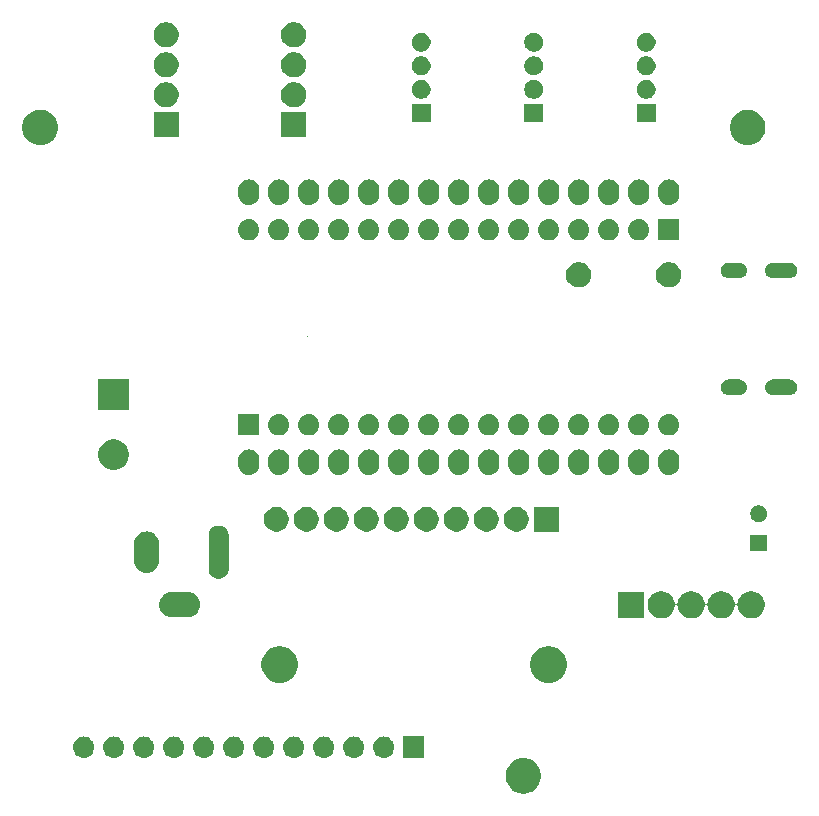
<source format=gbr>
G04 #@! TF.GenerationSoftware,KiCad,Pcbnew,(5.1.0)-1*
G04 #@! TF.CreationDate,2020-07-30T12:22:47+01:00*
G04 #@! TF.ProjectId,AirQualityLuftDaten,41697251-7561-46c6-9974-794c75667444,rev?*
G04 #@! TF.SameCoordinates,Original*
G04 #@! TF.FileFunction,Soldermask,Bot*
G04 #@! TF.FilePolarity,Negative*
%FSLAX46Y46*%
G04 Gerber Fmt 4.6, Leading zero omitted, Abs format (unit mm)*
G04 Created by KiCad (PCBNEW (5.1.0)-1) date 2020-07-30 12:22:47*
%MOMM*%
%LPD*%
G04 APERTURE LIST*
%ADD10C,0.500000*%
G04 APERTURE END LIST*
D10*
G36*
X151817594Y-124150892D02*
G01*
X151962589Y-124179733D01*
X152075737Y-124226601D01*
X152235752Y-124292881D01*
X152235753Y-124292882D01*
X152481595Y-124457148D01*
X152690666Y-124666219D01*
X152690667Y-124666221D01*
X152854933Y-124912062D01*
X152968081Y-125185226D01*
X153025763Y-125475214D01*
X153025763Y-125770888D01*
X152968081Y-126060876D01*
X152854933Y-126334040D01*
X152854932Y-126334041D01*
X152690666Y-126579883D01*
X152481595Y-126788954D01*
X152357839Y-126871645D01*
X152235752Y-126953221D01*
X152075737Y-127019501D01*
X151962589Y-127066369D01*
X151817594Y-127095210D01*
X151672600Y-127124051D01*
X151376926Y-127124051D01*
X151231932Y-127095210D01*
X151086937Y-127066369D01*
X150973789Y-127019501D01*
X150813774Y-126953221D01*
X150691687Y-126871645D01*
X150567931Y-126788954D01*
X150358860Y-126579883D01*
X150194594Y-126334041D01*
X150194593Y-126334040D01*
X150081445Y-126060876D01*
X150023763Y-125770888D01*
X150023763Y-125475214D01*
X150081445Y-125185226D01*
X150194593Y-124912062D01*
X150358859Y-124666221D01*
X150358860Y-124666219D01*
X150567931Y-124457148D01*
X150813773Y-124292882D01*
X150813774Y-124292881D01*
X150973789Y-124226601D01*
X151086937Y-124179733D01*
X151231932Y-124150892D01*
X151376926Y-124122051D01*
X151672600Y-124122051D01*
X151817594Y-124150892D01*
X151817594Y-124150892D01*
G37*
G36*
X143141000Y-124091000D02*
G01*
X141339000Y-124091000D01*
X141339000Y-122289000D01*
X143141000Y-122289000D01*
X143141000Y-124091000D01*
X143141000Y-124091000D01*
G37*
G36*
X139810443Y-122295519D02*
G01*
X139876627Y-122302037D01*
X140046466Y-122353557D01*
X140202991Y-122437222D01*
X140238729Y-122466552D01*
X140340186Y-122549814D01*
X140423448Y-122651271D01*
X140452778Y-122687009D01*
X140536443Y-122843534D01*
X140587963Y-123013373D01*
X140605359Y-123190000D01*
X140587963Y-123366627D01*
X140536443Y-123536466D01*
X140452778Y-123692991D01*
X140423448Y-123728729D01*
X140340186Y-123830186D01*
X140238729Y-123913448D01*
X140202991Y-123942778D01*
X140046466Y-124026443D01*
X139876627Y-124077963D01*
X139810442Y-124084482D01*
X139744260Y-124091000D01*
X139655740Y-124091000D01*
X139589558Y-124084482D01*
X139523373Y-124077963D01*
X139353534Y-124026443D01*
X139197009Y-123942778D01*
X139161271Y-123913448D01*
X139059814Y-123830186D01*
X138976552Y-123728729D01*
X138947222Y-123692991D01*
X138863557Y-123536466D01*
X138812037Y-123366627D01*
X138794641Y-123190000D01*
X138812037Y-123013373D01*
X138863557Y-122843534D01*
X138947222Y-122687009D01*
X138976552Y-122651271D01*
X139059814Y-122549814D01*
X139161271Y-122466552D01*
X139197009Y-122437222D01*
X139353534Y-122353557D01*
X139523373Y-122302037D01*
X139589557Y-122295519D01*
X139655740Y-122289000D01*
X139744260Y-122289000D01*
X139810443Y-122295519D01*
X139810443Y-122295519D01*
G37*
G36*
X137270443Y-122295519D02*
G01*
X137336627Y-122302037D01*
X137506466Y-122353557D01*
X137662991Y-122437222D01*
X137698729Y-122466552D01*
X137800186Y-122549814D01*
X137883448Y-122651271D01*
X137912778Y-122687009D01*
X137996443Y-122843534D01*
X138047963Y-123013373D01*
X138065359Y-123190000D01*
X138047963Y-123366627D01*
X137996443Y-123536466D01*
X137912778Y-123692991D01*
X137883448Y-123728729D01*
X137800186Y-123830186D01*
X137698729Y-123913448D01*
X137662991Y-123942778D01*
X137506466Y-124026443D01*
X137336627Y-124077963D01*
X137270442Y-124084482D01*
X137204260Y-124091000D01*
X137115740Y-124091000D01*
X137049558Y-124084482D01*
X136983373Y-124077963D01*
X136813534Y-124026443D01*
X136657009Y-123942778D01*
X136621271Y-123913448D01*
X136519814Y-123830186D01*
X136436552Y-123728729D01*
X136407222Y-123692991D01*
X136323557Y-123536466D01*
X136272037Y-123366627D01*
X136254641Y-123190000D01*
X136272037Y-123013373D01*
X136323557Y-122843534D01*
X136407222Y-122687009D01*
X136436552Y-122651271D01*
X136519814Y-122549814D01*
X136621271Y-122466552D01*
X136657009Y-122437222D01*
X136813534Y-122353557D01*
X136983373Y-122302037D01*
X137049557Y-122295519D01*
X137115740Y-122289000D01*
X137204260Y-122289000D01*
X137270443Y-122295519D01*
X137270443Y-122295519D01*
G37*
G36*
X134730443Y-122295519D02*
G01*
X134796627Y-122302037D01*
X134966466Y-122353557D01*
X135122991Y-122437222D01*
X135158729Y-122466552D01*
X135260186Y-122549814D01*
X135343448Y-122651271D01*
X135372778Y-122687009D01*
X135456443Y-122843534D01*
X135507963Y-123013373D01*
X135525359Y-123190000D01*
X135507963Y-123366627D01*
X135456443Y-123536466D01*
X135372778Y-123692991D01*
X135343448Y-123728729D01*
X135260186Y-123830186D01*
X135158729Y-123913448D01*
X135122991Y-123942778D01*
X134966466Y-124026443D01*
X134796627Y-124077963D01*
X134730442Y-124084482D01*
X134664260Y-124091000D01*
X134575740Y-124091000D01*
X134509558Y-124084482D01*
X134443373Y-124077963D01*
X134273534Y-124026443D01*
X134117009Y-123942778D01*
X134081271Y-123913448D01*
X133979814Y-123830186D01*
X133896552Y-123728729D01*
X133867222Y-123692991D01*
X133783557Y-123536466D01*
X133732037Y-123366627D01*
X133714641Y-123190000D01*
X133732037Y-123013373D01*
X133783557Y-122843534D01*
X133867222Y-122687009D01*
X133896552Y-122651271D01*
X133979814Y-122549814D01*
X134081271Y-122466552D01*
X134117009Y-122437222D01*
X134273534Y-122353557D01*
X134443373Y-122302037D01*
X134509557Y-122295519D01*
X134575740Y-122289000D01*
X134664260Y-122289000D01*
X134730443Y-122295519D01*
X134730443Y-122295519D01*
G37*
G36*
X132190443Y-122295519D02*
G01*
X132256627Y-122302037D01*
X132426466Y-122353557D01*
X132582991Y-122437222D01*
X132618729Y-122466552D01*
X132720186Y-122549814D01*
X132803448Y-122651271D01*
X132832778Y-122687009D01*
X132916443Y-122843534D01*
X132967963Y-123013373D01*
X132985359Y-123190000D01*
X132967963Y-123366627D01*
X132916443Y-123536466D01*
X132832778Y-123692991D01*
X132803448Y-123728729D01*
X132720186Y-123830186D01*
X132618729Y-123913448D01*
X132582991Y-123942778D01*
X132426466Y-124026443D01*
X132256627Y-124077963D01*
X132190442Y-124084482D01*
X132124260Y-124091000D01*
X132035740Y-124091000D01*
X131969558Y-124084482D01*
X131903373Y-124077963D01*
X131733534Y-124026443D01*
X131577009Y-123942778D01*
X131541271Y-123913448D01*
X131439814Y-123830186D01*
X131356552Y-123728729D01*
X131327222Y-123692991D01*
X131243557Y-123536466D01*
X131192037Y-123366627D01*
X131174641Y-123190000D01*
X131192037Y-123013373D01*
X131243557Y-122843534D01*
X131327222Y-122687009D01*
X131356552Y-122651271D01*
X131439814Y-122549814D01*
X131541271Y-122466552D01*
X131577009Y-122437222D01*
X131733534Y-122353557D01*
X131903373Y-122302037D01*
X131969557Y-122295519D01*
X132035740Y-122289000D01*
X132124260Y-122289000D01*
X132190443Y-122295519D01*
X132190443Y-122295519D01*
G37*
G36*
X129650443Y-122295519D02*
G01*
X129716627Y-122302037D01*
X129886466Y-122353557D01*
X130042991Y-122437222D01*
X130078729Y-122466552D01*
X130180186Y-122549814D01*
X130263448Y-122651271D01*
X130292778Y-122687009D01*
X130376443Y-122843534D01*
X130427963Y-123013373D01*
X130445359Y-123190000D01*
X130427963Y-123366627D01*
X130376443Y-123536466D01*
X130292778Y-123692991D01*
X130263448Y-123728729D01*
X130180186Y-123830186D01*
X130078729Y-123913448D01*
X130042991Y-123942778D01*
X129886466Y-124026443D01*
X129716627Y-124077963D01*
X129650442Y-124084482D01*
X129584260Y-124091000D01*
X129495740Y-124091000D01*
X129429558Y-124084482D01*
X129363373Y-124077963D01*
X129193534Y-124026443D01*
X129037009Y-123942778D01*
X129001271Y-123913448D01*
X128899814Y-123830186D01*
X128816552Y-123728729D01*
X128787222Y-123692991D01*
X128703557Y-123536466D01*
X128652037Y-123366627D01*
X128634641Y-123190000D01*
X128652037Y-123013373D01*
X128703557Y-122843534D01*
X128787222Y-122687009D01*
X128816552Y-122651271D01*
X128899814Y-122549814D01*
X129001271Y-122466552D01*
X129037009Y-122437222D01*
X129193534Y-122353557D01*
X129363373Y-122302037D01*
X129429557Y-122295519D01*
X129495740Y-122289000D01*
X129584260Y-122289000D01*
X129650443Y-122295519D01*
X129650443Y-122295519D01*
G37*
G36*
X127110443Y-122295519D02*
G01*
X127176627Y-122302037D01*
X127346466Y-122353557D01*
X127502991Y-122437222D01*
X127538729Y-122466552D01*
X127640186Y-122549814D01*
X127723448Y-122651271D01*
X127752778Y-122687009D01*
X127836443Y-122843534D01*
X127887963Y-123013373D01*
X127905359Y-123190000D01*
X127887963Y-123366627D01*
X127836443Y-123536466D01*
X127752778Y-123692991D01*
X127723448Y-123728729D01*
X127640186Y-123830186D01*
X127538729Y-123913448D01*
X127502991Y-123942778D01*
X127346466Y-124026443D01*
X127176627Y-124077963D01*
X127110442Y-124084482D01*
X127044260Y-124091000D01*
X126955740Y-124091000D01*
X126889558Y-124084482D01*
X126823373Y-124077963D01*
X126653534Y-124026443D01*
X126497009Y-123942778D01*
X126461271Y-123913448D01*
X126359814Y-123830186D01*
X126276552Y-123728729D01*
X126247222Y-123692991D01*
X126163557Y-123536466D01*
X126112037Y-123366627D01*
X126094641Y-123190000D01*
X126112037Y-123013373D01*
X126163557Y-122843534D01*
X126247222Y-122687009D01*
X126276552Y-122651271D01*
X126359814Y-122549814D01*
X126461271Y-122466552D01*
X126497009Y-122437222D01*
X126653534Y-122353557D01*
X126823373Y-122302037D01*
X126889557Y-122295519D01*
X126955740Y-122289000D01*
X127044260Y-122289000D01*
X127110443Y-122295519D01*
X127110443Y-122295519D01*
G37*
G36*
X124570443Y-122295519D02*
G01*
X124636627Y-122302037D01*
X124806466Y-122353557D01*
X124962991Y-122437222D01*
X124998729Y-122466552D01*
X125100186Y-122549814D01*
X125183448Y-122651271D01*
X125212778Y-122687009D01*
X125296443Y-122843534D01*
X125347963Y-123013373D01*
X125365359Y-123190000D01*
X125347963Y-123366627D01*
X125296443Y-123536466D01*
X125212778Y-123692991D01*
X125183448Y-123728729D01*
X125100186Y-123830186D01*
X124998729Y-123913448D01*
X124962991Y-123942778D01*
X124806466Y-124026443D01*
X124636627Y-124077963D01*
X124570442Y-124084482D01*
X124504260Y-124091000D01*
X124415740Y-124091000D01*
X124349558Y-124084482D01*
X124283373Y-124077963D01*
X124113534Y-124026443D01*
X123957009Y-123942778D01*
X123921271Y-123913448D01*
X123819814Y-123830186D01*
X123736552Y-123728729D01*
X123707222Y-123692991D01*
X123623557Y-123536466D01*
X123572037Y-123366627D01*
X123554641Y-123190000D01*
X123572037Y-123013373D01*
X123623557Y-122843534D01*
X123707222Y-122687009D01*
X123736552Y-122651271D01*
X123819814Y-122549814D01*
X123921271Y-122466552D01*
X123957009Y-122437222D01*
X124113534Y-122353557D01*
X124283373Y-122302037D01*
X124349557Y-122295519D01*
X124415740Y-122289000D01*
X124504260Y-122289000D01*
X124570443Y-122295519D01*
X124570443Y-122295519D01*
G37*
G36*
X122030443Y-122295519D02*
G01*
X122096627Y-122302037D01*
X122266466Y-122353557D01*
X122422991Y-122437222D01*
X122458729Y-122466552D01*
X122560186Y-122549814D01*
X122643448Y-122651271D01*
X122672778Y-122687009D01*
X122756443Y-122843534D01*
X122807963Y-123013373D01*
X122825359Y-123190000D01*
X122807963Y-123366627D01*
X122756443Y-123536466D01*
X122672778Y-123692991D01*
X122643448Y-123728729D01*
X122560186Y-123830186D01*
X122458729Y-123913448D01*
X122422991Y-123942778D01*
X122266466Y-124026443D01*
X122096627Y-124077963D01*
X122030442Y-124084482D01*
X121964260Y-124091000D01*
X121875740Y-124091000D01*
X121809558Y-124084482D01*
X121743373Y-124077963D01*
X121573534Y-124026443D01*
X121417009Y-123942778D01*
X121381271Y-123913448D01*
X121279814Y-123830186D01*
X121196552Y-123728729D01*
X121167222Y-123692991D01*
X121083557Y-123536466D01*
X121032037Y-123366627D01*
X121014641Y-123190000D01*
X121032037Y-123013373D01*
X121083557Y-122843534D01*
X121167222Y-122687009D01*
X121196552Y-122651271D01*
X121279814Y-122549814D01*
X121381271Y-122466552D01*
X121417009Y-122437222D01*
X121573534Y-122353557D01*
X121743373Y-122302037D01*
X121809557Y-122295519D01*
X121875740Y-122289000D01*
X121964260Y-122289000D01*
X122030443Y-122295519D01*
X122030443Y-122295519D01*
G37*
G36*
X119490443Y-122295519D02*
G01*
X119556627Y-122302037D01*
X119726466Y-122353557D01*
X119882991Y-122437222D01*
X119918729Y-122466552D01*
X120020186Y-122549814D01*
X120103448Y-122651271D01*
X120132778Y-122687009D01*
X120216443Y-122843534D01*
X120267963Y-123013373D01*
X120285359Y-123190000D01*
X120267963Y-123366627D01*
X120216443Y-123536466D01*
X120132778Y-123692991D01*
X120103448Y-123728729D01*
X120020186Y-123830186D01*
X119918729Y-123913448D01*
X119882991Y-123942778D01*
X119726466Y-124026443D01*
X119556627Y-124077963D01*
X119490442Y-124084482D01*
X119424260Y-124091000D01*
X119335740Y-124091000D01*
X119269558Y-124084482D01*
X119203373Y-124077963D01*
X119033534Y-124026443D01*
X118877009Y-123942778D01*
X118841271Y-123913448D01*
X118739814Y-123830186D01*
X118656552Y-123728729D01*
X118627222Y-123692991D01*
X118543557Y-123536466D01*
X118492037Y-123366627D01*
X118474641Y-123190000D01*
X118492037Y-123013373D01*
X118543557Y-122843534D01*
X118627222Y-122687009D01*
X118656552Y-122651271D01*
X118739814Y-122549814D01*
X118841271Y-122466552D01*
X118877009Y-122437222D01*
X119033534Y-122353557D01*
X119203373Y-122302037D01*
X119269557Y-122295519D01*
X119335740Y-122289000D01*
X119424260Y-122289000D01*
X119490443Y-122295519D01*
X119490443Y-122295519D01*
G37*
G36*
X116950443Y-122295519D02*
G01*
X117016627Y-122302037D01*
X117186466Y-122353557D01*
X117342991Y-122437222D01*
X117378729Y-122466552D01*
X117480186Y-122549814D01*
X117563448Y-122651271D01*
X117592778Y-122687009D01*
X117676443Y-122843534D01*
X117727963Y-123013373D01*
X117745359Y-123190000D01*
X117727963Y-123366627D01*
X117676443Y-123536466D01*
X117592778Y-123692991D01*
X117563448Y-123728729D01*
X117480186Y-123830186D01*
X117378729Y-123913448D01*
X117342991Y-123942778D01*
X117186466Y-124026443D01*
X117016627Y-124077963D01*
X116950442Y-124084482D01*
X116884260Y-124091000D01*
X116795740Y-124091000D01*
X116729558Y-124084482D01*
X116663373Y-124077963D01*
X116493534Y-124026443D01*
X116337009Y-123942778D01*
X116301271Y-123913448D01*
X116199814Y-123830186D01*
X116116552Y-123728729D01*
X116087222Y-123692991D01*
X116003557Y-123536466D01*
X115952037Y-123366627D01*
X115934641Y-123190000D01*
X115952037Y-123013373D01*
X116003557Y-122843534D01*
X116087222Y-122687009D01*
X116116552Y-122651271D01*
X116199814Y-122549814D01*
X116301271Y-122466552D01*
X116337009Y-122437222D01*
X116493534Y-122353557D01*
X116663373Y-122302037D01*
X116729557Y-122295519D01*
X116795740Y-122289000D01*
X116884260Y-122289000D01*
X116950443Y-122295519D01*
X116950443Y-122295519D01*
G37*
G36*
X114410443Y-122295519D02*
G01*
X114476627Y-122302037D01*
X114646466Y-122353557D01*
X114802991Y-122437222D01*
X114838729Y-122466552D01*
X114940186Y-122549814D01*
X115023448Y-122651271D01*
X115052778Y-122687009D01*
X115136443Y-122843534D01*
X115187963Y-123013373D01*
X115205359Y-123190000D01*
X115187963Y-123366627D01*
X115136443Y-123536466D01*
X115052778Y-123692991D01*
X115023448Y-123728729D01*
X114940186Y-123830186D01*
X114838729Y-123913448D01*
X114802991Y-123942778D01*
X114646466Y-124026443D01*
X114476627Y-124077963D01*
X114410442Y-124084482D01*
X114344260Y-124091000D01*
X114255740Y-124091000D01*
X114189558Y-124084482D01*
X114123373Y-124077963D01*
X113953534Y-124026443D01*
X113797009Y-123942778D01*
X113761271Y-123913448D01*
X113659814Y-123830186D01*
X113576552Y-123728729D01*
X113547222Y-123692991D01*
X113463557Y-123536466D01*
X113412037Y-123366627D01*
X113394641Y-123190000D01*
X113412037Y-123013373D01*
X113463557Y-122843534D01*
X113547222Y-122687009D01*
X113576552Y-122651271D01*
X113659814Y-122549814D01*
X113761271Y-122466552D01*
X113797009Y-122437222D01*
X113953534Y-122353557D01*
X114123373Y-122302037D01*
X114189557Y-122295519D01*
X114255740Y-122289000D01*
X114344260Y-122289000D01*
X114410443Y-122295519D01*
X114410443Y-122295519D01*
G37*
G36*
X153972585Y-114683802D02*
G01*
X154122410Y-114713604D01*
X154404674Y-114830521D01*
X154658705Y-115000259D01*
X154874741Y-115216295D01*
X155044479Y-115470326D01*
X155161396Y-115752590D01*
X155221000Y-116052240D01*
X155221000Y-116357760D01*
X155161396Y-116657410D01*
X155044479Y-116939674D01*
X154874741Y-117193705D01*
X154658705Y-117409741D01*
X154404674Y-117579479D01*
X154122410Y-117696396D01*
X153972585Y-117726198D01*
X153822761Y-117756000D01*
X153517239Y-117756000D01*
X153367415Y-117726198D01*
X153217590Y-117696396D01*
X152935326Y-117579479D01*
X152681295Y-117409741D01*
X152465259Y-117193705D01*
X152295521Y-116939674D01*
X152178604Y-116657410D01*
X152119000Y-116357760D01*
X152119000Y-116052240D01*
X152178604Y-115752590D01*
X152295521Y-115470326D01*
X152465259Y-115216295D01*
X152681295Y-115000259D01*
X152935326Y-114830521D01*
X153217590Y-114713604D01*
X153367415Y-114683802D01*
X153517239Y-114654000D01*
X153822761Y-114654000D01*
X153972585Y-114683802D01*
X153972585Y-114683802D01*
G37*
G36*
X131212587Y-114683802D02*
G01*
X131362412Y-114713604D01*
X131644676Y-114830521D01*
X131898707Y-115000259D01*
X132114743Y-115216295D01*
X132284481Y-115470326D01*
X132401398Y-115752590D01*
X132461002Y-116052240D01*
X132461002Y-116357760D01*
X132401398Y-116657410D01*
X132284481Y-116939674D01*
X132114743Y-117193705D01*
X131898707Y-117409741D01*
X131644676Y-117579479D01*
X131362412Y-117696396D01*
X131212587Y-117726198D01*
X131062763Y-117756000D01*
X130757241Y-117756000D01*
X130607417Y-117726198D01*
X130457592Y-117696396D01*
X130175328Y-117579479D01*
X129921297Y-117409741D01*
X129705261Y-117193705D01*
X129535523Y-116939674D01*
X129418606Y-116657410D01*
X129359002Y-116357760D01*
X129359002Y-116052240D01*
X129418606Y-115752590D01*
X129535523Y-115470326D01*
X129705261Y-115216295D01*
X129921297Y-115000259D01*
X130175328Y-114830521D01*
X130457592Y-114713604D01*
X130607417Y-114683802D01*
X130757241Y-114654000D01*
X131062763Y-114654000D01*
X131212587Y-114683802D01*
X131212587Y-114683802D01*
G37*
G36*
X163530681Y-110018405D02*
G01*
X163740116Y-110105156D01*
X163740118Y-110105157D01*
X163928605Y-110231100D01*
X164088900Y-110391395D01*
X164214843Y-110579882D01*
X164214844Y-110579884D01*
X164301595Y-110789319D01*
X164342403Y-110994475D01*
X164349516Y-111017924D01*
X164361067Y-111039535D01*
X164376612Y-111058477D01*
X164395554Y-111074022D01*
X164417165Y-111085573D01*
X164440614Y-111092686D01*
X164465000Y-111095088D01*
X164489386Y-111092686D01*
X164512835Y-111085573D01*
X164534446Y-111074022D01*
X164553388Y-111058477D01*
X164568933Y-111039535D01*
X164580484Y-111017924D01*
X164587597Y-110994475D01*
X164628405Y-110789319D01*
X164715156Y-110579884D01*
X164715157Y-110579882D01*
X164841100Y-110391395D01*
X165001395Y-110231100D01*
X165189882Y-110105157D01*
X165189884Y-110105156D01*
X165399319Y-110018405D01*
X165621653Y-109974180D01*
X165848347Y-109974180D01*
X166070681Y-110018405D01*
X166280116Y-110105156D01*
X166280118Y-110105157D01*
X166468605Y-110231100D01*
X166628900Y-110391395D01*
X166754843Y-110579882D01*
X166754844Y-110579884D01*
X166841595Y-110789319D01*
X166882403Y-110994475D01*
X166889516Y-111017924D01*
X166901067Y-111039535D01*
X166916612Y-111058477D01*
X166935554Y-111074022D01*
X166957165Y-111085573D01*
X166980614Y-111092686D01*
X167005000Y-111095088D01*
X167029386Y-111092686D01*
X167052835Y-111085573D01*
X167074446Y-111074022D01*
X167093388Y-111058477D01*
X167108933Y-111039535D01*
X167120484Y-111017924D01*
X167127597Y-110994475D01*
X167168405Y-110789319D01*
X167255156Y-110579884D01*
X167255157Y-110579882D01*
X167381100Y-110391395D01*
X167541395Y-110231100D01*
X167729882Y-110105157D01*
X167729884Y-110105156D01*
X167939319Y-110018405D01*
X168161653Y-109974180D01*
X168388347Y-109974180D01*
X168610681Y-110018405D01*
X168820116Y-110105156D01*
X168820118Y-110105157D01*
X169008605Y-110231100D01*
X169168900Y-110391395D01*
X169294843Y-110579882D01*
X169294844Y-110579884D01*
X169381595Y-110789319D01*
X169422403Y-110994475D01*
X169429516Y-111017924D01*
X169441067Y-111039535D01*
X169456612Y-111058477D01*
X169475554Y-111074022D01*
X169497165Y-111085573D01*
X169520614Y-111092686D01*
X169545000Y-111095088D01*
X169569386Y-111092686D01*
X169592835Y-111085573D01*
X169614446Y-111074022D01*
X169633388Y-111058477D01*
X169648933Y-111039535D01*
X169660484Y-111017924D01*
X169667597Y-110994475D01*
X169708405Y-110789319D01*
X169795156Y-110579884D01*
X169795157Y-110579882D01*
X169921100Y-110391395D01*
X170081395Y-110231100D01*
X170269882Y-110105157D01*
X170269884Y-110105156D01*
X170479319Y-110018405D01*
X170701653Y-109974180D01*
X170928347Y-109974180D01*
X171150681Y-110018405D01*
X171360116Y-110105156D01*
X171360118Y-110105157D01*
X171548605Y-110231100D01*
X171708900Y-110391395D01*
X171834843Y-110579882D01*
X171834844Y-110579884D01*
X171921595Y-110789319D01*
X171965820Y-111011653D01*
X171965820Y-111238347D01*
X171921595Y-111460681D01*
X171893317Y-111528950D01*
X171834843Y-111670118D01*
X171708900Y-111858605D01*
X171548605Y-112018900D01*
X171360118Y-112144843D01*
X171360117Y-112144844D01*
X171360116Y-112144844D01*
X171150681Y-112231595D01*
X170928347Y-112275820D01*
X170701653Y-112275820D01*
X170479319Y-112231595D01*
X170269884Y-112144844D01*
X170269883Y-112144844D01*
X170269882Y-112144843D01*
X170081395Y-112018900D01*
X169921100Y-111858605D01*
X169795157Y-111670118D01*
X169736683Y-111528950D01*
X169708405Y-111460681D01*
X169667597Y-111255525D01*
X169660484Y-111232076D01*
X169648933Y-111210465D01*
X169633388Y-111191523D01*
X169614446Y-111175978D01*
X169592835Y-111164427D01*
X169569386Y-111157314D01*
X169545000Y-111154912D01*
X169520614Y-111157314D01*
X169497165Y-111164427D01*
X169475554Y-111175978D01*
X169456612Y-111191523D01*
X169441067Y-111210465D01*
X169429516Y-111232076D01*
X169422403Y-111255525D01*
X169381595Y-111460681D01*
X169353317Y-111528950D01*
X169294843Y-111670118D01*
X169168900Y-111858605D01*
X169008605Y-112018900D01*
X168820118Y-112144843D01*
X168820117Y-112144844D01*
X168820116Y-112144844D01*
X168610681Y-112231595D01*
X168388347Y-112275820D01*
X168161653Y-112275820D01*
X167939319Y-112231595D01*
X167729884Y-112144844D01*
X167729883Y-112144844D01*
X167729882Y-112144843D01*
X167541395Y-112018900D01*
X167381100Y-111858605D01*
X167255157Y-111670118D01*
X167196683Y-111528950D01*
X167168405Y-111460681D01*
X167127597Y-111255525D01*
X167120484Y-111232076D01*
X167108933Y-111210465D01*
X167093388Y-111191523D01*
X167074446Y-111175978D01*
X167052835Y-111164427D01*
X167029386Y-111157314D01*
X167005000Y-111154912D01*
X166980614Y-111157314D01*
X166957165Y-111164427D01*
X166935554Y-111175978D01*
X166916612Y-111191523D01*
X166901067Y-111210465D01*
X166889516Y-111232076D01*
X166882403Y-111255525D01*
X166841595Y-111460681D01*
X166813317Y-111528950D01*
X166754843Y-111670118D01*
X166628900Y-111858605D01*
X166468605Y-112018900D01*
X166280118Y-112144843D01*
X166280117Y-112144844D01*
X166280116Y-112144844D01*
X166070681Y-112231595D01*
X165848347Y-112275820D01*
X165621653Y-112275820D01*
X165399319Y-112231595D01*
X165189884Y-112144844D01*
X165189883Y-112144844D01*
X165189882Y-112144843D01*
X165001395Y-112018900D01*
X164841100Y-111858605D01*
X164715157Y-111670118D01*
X164656683Y-111528950D01*
X164628405Y-111460681D01*
X164587597Y-111255525D01*
X164580484Y-111232076D01*
X164568933Y-111210465D01*
X164553388Y-111191523D01*
X164534446Y-111175978D01*
X164512835Y-111164427D01*
X164489386Y-111157314D01*
X164465000Y-111154912D01*
X164440614Y-111157314D01*
X164417165Y-111164427D01*
X164395554Y-111175978D01*
X164376612Y-111191523D01*
X164361067Y-111210465D01*
X164349516Y-111232076D01*
X164342403Y-111255525D01*
X164301595Y-111460681D01*
X164273317Y-111528950D01*
X164214843Y-111670118D01*
X164088900Y-111858605D01*
X163928605Y-112018900D01*
X163740118Y-112144843D01*
X163740117Y-112144844D01*
X163740116Y-112144844D01*
X163530681Y-112231595D01*
X163308347Y-112275820D01*
X163081653Y-112275820D01*
X162859319Y-112231595D01*
X162649884Y-112144844D01*
X162649883Y-112144844D01*
X162649882Y-112144843D01*
X162461395Y-112018900D01*
X162301100Y-111858605D01*
X162175157Y-111670118D01*
X162116683Y-111528950D01*
X162088405Y-111460681D01*
X162044180Y-111238347D01*
X162044180Y-111011653D01*
X162088405Y-110789319D01*
X162175156Y-110579884D01*
X162175157Y-110579882D01*
X162301100Y-110391395D01*
X162461395Y-110231100D01*
X162649882Y-110105157D01*
X162649884Y-110105156D01*
X162859319Y-110018405D01*
X163081653Y-109974180D01*
X163308347Y-109974180D01*
X163530681Y-110018405D01*
X163530681Y-110018405D01*
G37*
G36*
X161756290Y-112226290D02*
G01*
X159553710Y-112226290D01*
X159553710Y-110023710D01*
X161756290Y-110023710D01*
X161756290Y-112226290D01*
X161756290Y-112226290D01*
G37*
G36*
X123334968Y-110089710D02*
G01*
X123334971Y-110089711D01*
X123334972Y-110089711D01*
X123532990Y-110149779D01*
X123532993Y-110149781D01*
X123532994Y-110149781D01*
X123715483Y-110247323D01*
X123875443Y-110378597D01*
X124006717Y-110538557D01*
X124104259Y-110721046D01*
X124104261Y-110721050D01*
X124124970Y-110789319D01*
X124164330Y-110919072D01*
X124184612Y-111125000D01*
X124164330Y-111330928D01*
X124164329Y-111330931D01*
X124164329Y-111330932D01*
X124104261Y-111528950D01*
X124104259Y-111528953D01*
X124104259Y-111528954D01*
X124006717Y-111711443D01*
X123875443Y-111871403D01*
X123715483Y-112002677D01*
X123532994Y-112100219D01*
X123532990Y-112100221D01*
X123334972Y-112160289D01*
X123334971Y-112160289D01*
X123334968Y-112160290D01*
X123180641Y-112175490D01*
X121675359Y-112175490D01*
X121521032Y-112160290D01*
X121521029Y-112160289D01*
X121521028Y-112160289D01*
X121323010Y-112100221D01*
X121323006Y-112100219D01*
X121140517Y-112002677D01*
X120980557Y-111871403D01*
X120849283Y-111711443D01*
X120751741Y-111528954D01*
X120751741Y-111528953D01*
X120751739Y-111528950D01*
X120691671Y-111330932D01*
X120691671Y-111330931D01*
X120691670Y-111330928D01*
X120671388Y-111125000D01*
X120691670Y-110919072D01*
X120731030Y-110789319D01*
X120751739Y-110721050D01*
X120751741Y-110721046D01*
X120849283Y-110538557D01*
X120980557Y-110378597D01*
X121140517Y-110247323D01*
X121323006Y-110149781D01*
X121323007Y-110149781D01*
X121323010Y-110149779D01*
X121521028Y-110089711D01*
X121521029Y-110089711D01*
X121521032Y-110089710D01*
X121675359Y-110074510D01*
X123180641Y-110074510D01*
X123334968Y-110089710D01*
X123334968Y-110089710D01*
G37*
G36*
X125881886Y-104440202D02*
G01*
X125896846Y-104441675D01*
X125977061Y-104466008D01*
X126057278Y-104490342D01*
X126205134Y-104569372D01*
X126334730Y-104675730D01*
X126441088Y-104805326D01*
X126520118Y-104953182D01*
X126520118Y-104953183D01*
X126565045Y-105101284D01*
X126568785Y-105113615D01*
X126581100Y-105238650D01*
X126581100Y-108121350D01*
X126570544Y-108228523D01*
X126568785Y-108246386D01*
X126565044Y-108258717D01*
X126520118Y-108406818D01*
X126441088Y-108554674D01*
X126334730Y-108684270D01*
X126205133Y-108790628D01*
X126057277Y-108869658D01*
X125956186Y-108900324D01*
X125896845Y-108918325D01*
X125881885Y-108919798D01*
X125730000Y-108934758D01*
X125578114Y-108919798D01*
X125563154Y-108918325D01*
X125482939Y-108893992D01*
X125402722Y-108869658D01*
X125254866Y-108790628D01*
X125125270Y-108684270D01*
X125018912Y-108554673D01*
X124939882Y-108406817D01*
X124894956Y-108258716D01*
X124891215Y-108246385D01*
X124889456Y-108228522D01*
X124878900Y-108121349D01*
X124878901Y-105238650D01*
X124891216Y-105113615D01*
X124894957Y-105101284D01*
X124939883Y-104953183D01*
X124939883Y-104953182D01*
X125018913Y-104805326D01*
X125125271Y-104675730D01*
X125254867Y-104569372D01*
X125402723Y-104490342D01*
X125482940Y-104466008D01*
X125563155Y-104441675D01*
X125578115Y-104440202D01*
X125730000Y-104425242D01*
X125881886Y-104440202D01*
X125881886Y-104440202D01*
G37*
G36*
X119839928Y-104943670D02*
G01*
X119839931Y-104943671D01*
X119839932Y-104943671D01*
X120037950Y-105003739D01*
X120037953Y-105003741D01*
X120037954Y-105003741D01*
X120220443Y-105101283D01*
X120380403Y-105232557D01*
X120511676Y-105392516D01*
X120609221Y-105575010D01*
X120669289Y-105773028D01*
X120669290Y-105773032D01*
X120684490Y-105927359D01*
X120684490Y-107432641D01*
X120669290Y-107586968D01*
X120669289Y-107586971D01*
X120669289Y-107586972D01*
X120609221Y-107784990D01*
X120609219Y-107784993D01*
X120609219Y-107784994D01*
X120511677Y-107967483D01*
X120380403Y-108127443D01*
X120262112Y-108224520D01*
X120220444Y-108258716D01*
X120037949Y-108356261D01*
X119839931Y-108416329D01*
X119839930Y-108416329D01*
X119839927Y-108416330D01*
X119634000Y-108436612D01*
X119428072Y-108416330D01*
X119428069Y-108416329D01*
X119428068Y-108416329D01*
X119230050Y-108356261D01*
X119230046Y-108356259D01*
X119047557Y-108258717D01*
X118887597Y-108127443D01*
X118790520Y-108009152D01*
X118756324Y-107967484D01*
X118658779Y-107784989D01*
X118598711Y-107586971D01*
X118598711Y-107586970D01*
X118598710Y-107586967D01*
X118583510Y-107432640D01*
X118583510Y-105927359D01*
X118598710Y-105773032D01*
X118658781Y-105575007D01*
X118756324Y-105392517D01*
X118887598Y-105232557D01*
X119047558Y-105101283D01*
X119230047Y-105003741D01*
X119230048Y-105003741D01*
X119230051Y-105003739D01*
X119428069Y-104943671D01*
X119428070Y-104943671D01*
X119428073Y-104943670D01*
X119634000Y-104923388D01*
X119839928Y-104943670D01*
X119839928Y-104943670D01*
G37*
G36*
X172151000Y-106619000D02*
G01*
X170749000Y-106619000D01*
X170749000Y-105217000D01*
X172151000Y-105217000D01*
X172151000Y-106619000D01*
X172151000Y-106619000D01*
G37*
G36*
X143631422Y-102884878D02*
G01*
X143822598Y-102964066D01*
X143822600Y-102964067D01*
X143994654Y-103079030D01*
X144140975Y-103225351D01*
X144223567Y-103348958D01*
X144255939Y-103397407D01*
X144335127Y-103588583D01*
X144375496Y-103791533D01*
X144375496Y-103998465D01*
X144335127Y-104201415D01*
X144255939Y-104392591D01*
X144255938Y-104392593D01*
X144140975Y-104564647D01*
X143994654Y-104710968D01*
X143822600Y-104825931D01*
X143822599Y-104825932D01*
X143822598Y-104825932D01*
X143631422Y-104905120D01*
X143428472Y-104945489D01*
X143221540Y-104945489D01*
X143018590Y-104905120D01*
X142827414Y-104825932D01*
X142827413Y-104825932D01*
X142827412Y-104825931D01*
X142655358Y-104710968D01*
X142509037Y-104564647D01*
X142394074Y-104392593D01*
X142394073Y-104392591D01*
X142314885Y-104201415D01*
X142274516Y-103998465D01*
X142274516Y-103791533D01*
X142314885Y-103588583D01*
X142394073Y-103397407D01*
X142426446Y-103348958D01*
X142509037Y-103225351D01*
X142655358Y-103079030D01*
X142827412Y-102964067D01*
X142827414Y-102964066D01*
X143018590Y-102884878D01*
X143221540Y-102844509D01*
X143428472Y-102844509D01*
X143631422Y-102884878D01*
X143631422Y-102884878D01*
G37*
G36*
X136011422Y-102884878D02*
G01*
X136202598Y-102964066D01*
X136202600Y-102964067D01*
X136374654Y-103079030D01*
X136520975Y-103225351D01*
X136603567Y-103348958D01*
X136635939Y-103397407D01*
X136715127Y-103588583D01*
X136755496Y-103791533D01*
X136755496Y-103998465D01*
X136715127Y-104201415D01*
X136635939Y-104392591D01*
X136635938Y-104392593D01*
X136520975Y-104564647D01*
X136374654Y-104710968D01*
X136202600Y-104825931D01*
X136202599Y-104825932D01*
X136202598Y-104825932D01*
X136011422Y-104905120D01*
X135808472Y-104945489D01*
X135601540Y-104945489D01*
X135398590Y-104905120D01*
X135207414Y-104825932D01*
X135207413Y-104825932D01*
X135207412Y-104825931D01*
X135035358Y-104710968D01*
X134889037Y-104564647D01*
X134774074Y-104392593D01*
X134774073Y-104392591D01*
X134694885Y-104201415D01*
X134654516Y-103998465D01*
X134654516Y-103791533D01*
X134694885Y-103588583D01*
X134774073Y-103397407D01*
X134806446Y-103348958D01*
X134889037Y-103225351D01*
X135035358Y-103079030D01*
X135207412Y-102964067D01*
X135207414Y-102964066D01*
X135398590Y-102884878D01*
X135601540Y-102844509D01*
X135808472Y-102844509D01*
X136011422Y-102884878D01*
X136011422Y-102884878D01*
G37*
G36*
X133471422Y-102884878D02*
G01*
X133662598Y-102964066D01*
X133662600Y-102964067D01*
X133834654Y-103079030D01*
X133980975Y-103225351D01*
X134063567Y-103348958D01*
X134095939Y-103397407D01*
X134175127Y-103588583D01*
X134215496Y-103791533D01*
X134215496Y-103998465D01*
X134175127Y-104201415D01*
X134095939Y-104392591D01*
X134095938Y-104392593D01*
X133980975Y-104564647D01*
X133834654Y-104710968D01*
X133662600Y-104825931D01*
X133662599Y-104825932D01*
X133662598Y-104825932D01*
X133471422Y-104905120D01*
X133268472Y-104945489D01*
X133061540Y-104945489D01*
X132858590Y-104905120D01*
X132667414Y-104825932D01*
X132667413Y-104825932D01*
X132667412Y-104825931D01*
X132495358Y-104710968D01*
X132349037Y-104564647D01*
X132234074Y-104392593D01*
X132234073Y-104392591D01*
X132154885Y-104201415D01*
X132114516Y-103998465D01*
X132114516Y-103791533D01*
X132154885Y-103588583D01*
X132234073Y-103397407D01*
X132266446Y-103348958D01*
X132349037Y-103225351D01*
X132495358Y-103079030D01*
X132667412Y-102964067D01*
X132667414Y-102964066D01*
X132858590Y-102884878D01*
X133061540Y-102844509D01*
X133268472Y-102844509D01*
X133471422Y-102884878D01*
X133471422Y-102884878D01*
G37*
G36*
X138551422Y-102884878D02*
G01*
X138742598Y-102964066D01*
X138742600Y-102964067D01*
X138914654Y-103079030D01*
X139060975Y-103225351D01*
X139143567Y-103348958D01*
X139175939Y-103397407D01*
X139255127Y-103588583D01*
X139295496Y-103791533D01*
X139295496Y-103998465D01*
X139255127Y-104201415D01*
X139175939Y-104392591D01*
X139175938Y-104392593D01*
X139060975Y-104564647D01*
X138914654Y-104710968D01*
X138742600Y-104825931D01*
X138742599Y-104825932D01*
X138742598Y-104825932D01*
X138551422Y-104905120D01*
X138348472Y-104945489D01*
X138141540Y-104945489D01*
X137938590Y-104905120D01*
X137747414Y-104825932D01*
X137747413Y-104825932D01*
X137747412Y-104825931D01*
X137575358Y-104710968D01*
X137429037Y-104564647D01*
X137314074Y-104392593D01*
X137314073Y-104392591D01*
X137234885Y-104201415D01*
X137194516Y-103998465D01*
X137194516Y-103791533D01*
X137234885Y-103588583D01*
X137314073Y-103397407D01*
X137346446Y-103348958D01*
X137429037Y-103225351D01*
X137575358Y-103079030D01*
X137747412Y-102964067D01*
X137747414Y-102964066D01*
X137938590Y-102884878D01*
X138141540Y-102844509D01*
X138348472Y-102844509D01*
X138551422Y-102884878D01*
X138551422Y-102884878D01*
G37*
G36*
X141091422Y-102884878D02*
G01*
X141282598Y-102964066D01*
X141282600Y-102964067D01*
X141454654Y-103079030D01*
X141600975Y-103225351D01*
X141683567Y-103348958D01*
X141715939Y-103397407D01*
X141795127Y-103588583D01*
X141835496Y-103791533D01*
X141835496Y-103998465D01*
X141795127Y-104201415D01*
X141715939Y-104392591D01*
X141715938Y-104392593D01*
X141600975Y-104564647D01*
X141454654Y-104710968D01*
X141282600Y-104825931D01*
X141282599Y-104825932D01*
X141282598Y-104825932D01*
X141091422Y-104905120D01*
X140888472Y-104945489D01*
X140681540Y-104945489D01*
X140478590Y-104905120D01*
X140287414Y-104825932D01*
X140287413Y-104825932D01*
X140287412Y-104825931D01*
X140115358Y-104710968D01*
X139969037Y-104564647D01*
X139854074Y-104392593D01*
X139854073Y-104392591D01*
X139774885Y-104201415D01*
X139734516Y-103998465D01*
X139734516Y-103791533D01*
X139774885Y-103588583D01*
X139854073Y-103397407D01*
X139886446Y-103348958D01*
X139969037Y-103225351D01*
X140115358Y-103079030D01*
X140287412Y-102964067D01*
X140287414Y-102964066D01*
X140478590Y-102884878D01*
X140681540Y-102844509D01*
X140888472Y-102844509D01*
X141091422Y-102884878D01*
X141091422Y-102884878D01*
G37*
G36*
X154535496Y-104945489D02*
G01*
X152434516Y-104945489D01*
X152434516Y-102844509D01*
X154535496Y-102844509D01*
X154535496Y-104945489D01*
X154535496Y-104945489D01*
G37*
G36*
X151251422Y-102884878D02*
G01*
X151442598Y-102964066D01*
X151442600Y-102964067D01*
X151614654Y-103079030D01*
X151760975Y-103225351D01*
X151843567Y-103348958D01*
X151875939Y-103397407D01*
X151955127Y-103588583D01*
X151995496Y-103791533D01*
X151995496Y-103998465D01*
X151955127Y-104201415D01*
X151875939Y-104392591D01*
X151875938Y-104392593D01*
X151760975Y-104564647D01*
X151614654Y-104710968D01*
X151442600Y-104825931D01*
X151442599Y-104825932D01*
X151442598Y-104825932D01*
X151251422Y-104905120D01*
X151048472Y-104945489D01*
X150841540Y-104945489D01*
X150638590Y-104905120D01*
X150447414Y-104825932D01*
X150447413Y-104825932D01*
X150447412Y-104825931D01*
X150275358Y-104710968D01*
X150129037Y-104564647D01*
X150014074Y-104392593D01*
X150014073Y-104392591D01*
X149934885Y-104201415D01*
X149894516Y-103998465D01*
X149894516Y-103791533D01*
X149934885Y-103588583D01*
X150014073Y-103397407D01*
X150046446Y-103348958D01*
X150129037Y-103225351D01*
X150275358Y-103079030D01*
X150447412Y-102964067D01*
X150447414Y-102964066D01*
X150638590Y-102884878D01*
X150841540Y-102844509D01*
X151048472Y-102844509D01*
X151251422Y-102884878D01*
X151251422Y-102884878D01*
G37*
G36*
X146171422Y-102884878D02*
G01*
X146362598Y-102964066D01*
X146362600Y-102964067D01*
X146534654Y-103079030D01*
X146680975Y-103225351D01*
X146763567Y-103348958D01*
X146795939Y-103397407D01*
X146875127Y-103588583D01*
X146915496Y-103791533D01*
X146915496Y-103998465D01*
X146875127Y-104201415D01*
X146795939Y-104392591D01*
X146795938Y-104392593D01*
X146680975Y-104564647D01*
X146534654Y-104710968D01*
X146362600Y-104825931D01*
X146362599Y-104825932D01*
X146362598Y-104825932D01*
X146171422Y-104905120D01*
X145968472Y-104945489D01*
X145761540Y-104945489D01*
X145558590Y-104905120D01*
X145367414Y-104825932D01*
X145367413Y-104825932D01*
X145367412Y-104825931D01*
X145195358Y-104710968D01*
X145049037Y-104564647D01*
X144934074Y-104392593D01*
X144934073Y-104392591D01*
X144854885Y-104201415D01*
X144814516Y-103998465D01*
X144814516Y-103791533D01*
X144854885Y-103588583D01*
X144934073Y-103397407D01*
X144966446Y-103348958D01*
X145049037Y-103225351D01*
X145195358Y-103079030D01*
X145367412Y-102964067D01*
X145367414Y-102964066D01*
X145558590Y-102884878D01*
X145761540Y-102844509D01*
X145968472Y-102844509D01*
X146171422Y-102884878D01*
X146171422Y-102884878D01*
G37*
G36*
X148711422Y-102884878D02*
G01*
X148902598Y-102964066D01*
X148902600Y-102964067D01*
X149074654Y-103079030D01*
X149220975Y-103225351D01*
X149303567Y-103348958D01*
X149335939Y-103397407D01*
X149415127Y-103588583D01*
X149455496Y-103791533D01*
X149455496Y-103998465D01*
X149415127Y-104201415D01*
X149335939Y-104392591D01*
X149335938Y-104392593D01*
X149220975Y-104564647D01*
X149074654Y-104710968D01*
X148902600Y-104825931D01*
X148902599Y-104825932D01*
X148902598Y-104825932D01*
X148711422Y-104905120D01*
X148508472Y-104945489D01*
X148301540Y-104945489D01*
X148098590Y-104905120D01*
X147907414Y-104825932D01*
X147907413Y-104825932D01*
X147907412Y-104825931D01*
X147735358Y-104710968D01*
X147589037Y-104564647D01*
X147474074Y-104392593D01*
X147474073Y-104392591D01*
X147394885Y-104201415D01*
X147354516Y-103998465D01*
X147354516Y-103791533D01*
X147394885Y-103588583D01*
X147474073Y-103397407D01*
X147506446Y-103348958D01*
X147589037Y-103225351D01*
X147735358Y-103079030D01*
X147907412Y-102964067D01*
X147907414Y-102964066D01*
X148098590Y-102884878D01*
X148301540Y-102844509D01*
X148508472Y-102844509D01*
X148711422Y-102884878D01*
X148711422Y-102884878D01*
G37*
G36*
X130931422Y-102884878D02*
G01*
X131122598Y-102964066D01*
X131122600Y-102964067D01*
X131294654Y-103079030D01*
X131440975Y-103225351D01*
X131523567Y-103348958D01*
X131555939Y-103397407D01*
X131635127Y-103588583D01*
X131675496Y-103791533D01*
X131675496Y-103998465D01*
X131635127Y-104201415D01*
X131555939Y-104392591D01*
X131555938Y-104392593D01*
X131440975Y-104564647D01*
X131294654Y-104710968D01*
X131122600Y-104825931D01*
X131122599Y-104825932D01*
X131122598Y-104825932D01*
X130931422Y-104905120D01*
X130728472Y-104945489D01*
X130521540Y-104945489D01*
X130318590Y-104905120D01*
X130127414Y-104825932D01*
X130127413Y-104825932D01*
X130127412Y-104825931D01*
X129955358Y-104710968D01*
X129809037Y-104564647D01*
X129694074Y-104392593D01*
X129694073Y-104392591D01*
X129614885Y-104201415D01*
X129574516Y-103998465D01*
X129574516Y-103791533D01*
X129614885Y-103588583D01*
X129694073Y-103397407D01*
X129726446Y-103348958D01*
X129809037Y-103225351D01*
X129955358Y-103079030D01*
X130127412Y-102964067D01*
X130127414Y-102964066D01*
X130318590Y-102884878D01*
X130521540Y-102844509D01*
X130728472Y-102844509D01*
X130931422Y-102884878D01*
X130931422Y-102884878D01*
G37*
G36*
X171654473Y-102743938D02*
G01*
X171782049Y-102796782D01*
X171896859Y-102873495D01*
X171994505Y-102971141D01*
X172071218Y-103085951D01*
X172124062Y-103213527D01*
X172151000Y-103348956D01*
X172151000Y-103487044D01*
X172124062Y-103622473D01*
X172071218Y-103750049D01*
X171994505Y-103864859D01*
X171896859Y-103962505D01*
X171782049Y-104039218D01*
X171654473Y-104092062D01*
X171519044Y-104119000D01*
X171380956Y-104119000D01*
X171245527Y-104092062D01*
X171117951Y-104039218D01*
X171003141Y-103962505D01*
X170905495Y-103864859D01*
X170828782Y-103750049D01*
X170775938Y-103622473D01*
X170749000Y-103487044D01*
X170749000Y-103348956D01*
X170775938Y-103213527D01*
X170828782Y-103085951D01*
X170905495Y-102971141D01*
X171003141Y-102873495D01*
X171117951Y-102796782D01*
X171245527Y-102743938D01*
X171380956Y-102717000D01*
X171519044Y-102717000D01*
X171654473Y-102743938D01*
X171654473Y-102743938D01*
G37*
G36*
X146229293Y-98006233D02*
G01*
X146401694Y-98058531D01*
X146560583Y-98143458D01*
X146699849Y-98257751D01*
X146814142Y-98397017D01*
X146899069Y-98555905D01*
X146951367Y-98728306D01*
X146964600Y-98862669D01*
X146964600Y-99257330D01*
X146951367Y-99391693D01*
X146899069Y-99564094D01*
X146814142Y-99722983D01*
X146699849Y-99862249D01*
X146560583Y-99976542D01*
X146401695Y-100061469D01*
X146229294Y-100113767D01*
X146050000Y-100131425D01*
X145870707Y-100113767D01*
X145698306Y-100061469D01*
X145539418Y-99976542D01*
X145400152Y-99862249D01*
X145285858Y-99722982D01*
X145200931Y-99564095D01*
X145148633Y-99391694D01*
X145135400Y-99257331D01*
X145135400Y-98862670D01*
X145148633Y-98728307D01*
X145200931Y-98555906D01*
X145285858Y-98397017D01*
X145400151Y-98257751D01*
X145539417Y-98143458D01*
X145698305Y-98058531D01*
X145870706Y-98006233D01*
X146050000Y-97988575D01*
X146229293Y-98006233D01*
X146229293Y-98006233D01*
G37*
G36*
X156389293Y-98006233D02*
G01*
X156561694Y-98058531D01*
X156720583Y-98143458D01*
X156859849Y-98257751D01*
X156974142Y-98397017D01*
X157059069Y-98555905D01*
X157111367Y-98728306D01*
X157124600Y-98862669D01*
X157124600Y-99257330D01*
X157111367Y-99391693D01*
X157059069Y-99564094D01*
X156974142Y-99722983D01*
X156859849Y-99862249D01*
X156720583Y-99976542D01*
X156561695Y-100061469D01*
X156389294Y-100113767D01*
X156210000Y-100131425D01*
X156030707Y-100113767D01*
X155858306Y-100061469D01*
X155699418Y-99976542D01*
X155560152Y-99862249D01*
X155445858Y-99722982D01*
X155360931Y-99564095D01*
X155308633Y-99391694D01*
X155295400Y-99257331D01*
X155295400Y-98862670D01*
X155308633Y-98728307D01*
X155360931Y-98555906D01*
X155445858Y-98397017D01*
X155560151Y-98257751D01*
X155699417Y-98143458D01*
X155858305Y-98058531D01*
X156030706Y-98006233D01*
X156210000Y-97988575D01*
X156389293Y-98006233D01*
X156389293Y-98006233D01*
G37*
G36*
X161469293Y-98006233D02*
G01*
X161641694Y-98058531D01*
X161800583Y-98143458D01*
X161939849Y-98257751D01*
X162054142Y-98397017D01*
X162139069Y-98555905D01*
X162191367Y-98728306D01*
X162204600Y-98862669D01*
X162204600Y-99257330D01*
X162191367Y-99391693D01*
X162139069Y-99564094D01*
X162054142Y-99722983D01*
X161939849Y-99862249D01*
X161800583Y-99976542D01*
X161641695Y-100061469D01*
X161469294Y-100113767D01*
X161290000Y-100131425D01*
X161110707Y-100113767D01*
X160938306Y-100061469D01*
X160779418Y-99976542D01*
X160640152Y-99862249D01*
X160525858Y-99722982D01*
X160440931Y-99564095D01*
X160388633Y-99391694D01*
X160375400Y-99257331D01*
X160375400Y-98862670D01*
X160388633Y-98728307D01*
X160440931Y-98555906D01*
X160525858Y-98397017D01*
X160640151Y-98257751D01*
X160779417Y-98143458D01*
X160938305Y-98058531D01*
X161110706Y-98006233D01*
X161290000Y-97988575D01*
X161469293Y-98006233D01*
X161469293Y-98006233D01*
G37*
G36*
X158929293Y-98006233D02*
G01*
X159101694Y-98058531D01*
X159260583Y-98143458D01*
X159399849Y-98257751D01*
X159514142Y-98397017D01*
X159599069Y-98555905D01*
X159651367Y-98728306D01*
X159664600Y-98862669D01*
X159664600Y-99257330D01*
X159651367Y-99391693D01*
X159599069Y-99564094D01*
X159514142Y-99722983D01*
X159399849Y-99862249D01*
X159260583Y-99976542D01*
X159101695Y-100061469D01*
X158929294Y-100113767D01*
X158750000Y-100131425D01*
X158570707Y-100113767D01*
X158398306Y-100061469D01*
X158239418Y-99976542D01*
X158100152Y-99862249D01*
X157985858Y-99722982D01*
X157900931Y-99564095D01*
X157848633Y-99391694D01*
X157835400Y-99257331D01*
X157835400Y-98862670D01*
X157848633Y-98728307D01*
X157900931Y-98555906D01*
X157985858Y-98397017D01*
X158100151Y-98257751D01*
X158239417Y-98143458D01*
X158398305Y-98058531D01*
X158570706Y-98006233D01*
X158750000Y-97988575D01*
X158929293Y-98006233D01*
X158929293Y-98006233D01*
G37*
G36*
X153849293Y-98006233D02*
G01*
X154021694Y-98058531D01*
X154180583Y-98143458D01*
X154319849Y-98257751D01*
X154434142Y-98397017D01*
X154519069Y-98555905D01*
X154571367Y-98728306D01*
X154584600Y-98862669D01*
X154584600Y-99257330D01*
X154571367Y-99391693D01*
X154519069Y-99564094D01*
X154434142Y-99722983D01*
X154319849Y-99862249D01*
X154180583Y-99976542D01*
X154021695Y-100061469D01*
X153849294Y-100113767D01*
X153670000Y-100131425D01*
X153490707Y-100113767D01*
X153318306Y-100061469D01*
X153159418Y-99976542D01*
X153020152Y-99862249D01*
X152905858Y-99722982D01*
X152820931Y-99564095D01*
X152768633Y-99391694D01*
X152755400Y-99257331D01*
X152755400Y-98862670D01*
X152768633Y-98728307D01*
X152820931Y-98555906D01*
X152905858Y-98397017D01*
X153020151Y-98257751D01*
X153159417Y-98143458D01*
X153318305Y-98058531D01*
X153490706Y-98006233D01*
X153670000Y-97988575D01*
X153849293Y-98006233D01*
X153849293Y-98006233D01*
G37*
G36*
X151309293Y-98006233D02*
G01*
X151481694Y-98058531D01*
X151640583Y-98143458D01*
X151779849Y-98257751D01*
X151894142Y-98397017D01*
X151979069Y-98555905D01*
X152031367Y-98728306D01*
X152044600Y-98862669D01*
X152044600Y-99257330D01*
X152031367Y-99391693D01*
X151979069Y-99564094D01*
X151894142Y-99722983D01*
X151779849Y-99862249D01*
X151640583Y-99976542D01*
X151481695Y-100061469D01*
X151309294Y-100113767D01*
X151130000Y-100131425D01*
X150950707Y-100113767D01*
X150778306Y-100061469D01*
X150619418Y-99976542D01*
X150480152Y-99862249D01*
X150365858Y-99722982D01*
X150280931Y-99564095D01*
X150228633Y-99391694D01*
X150215400Y-99257331D01*
X150215400Y-98862670D01*
X150228633Y-98728307D01*
X150280931Y-98555906D01*
X150365858Y-98397017D01*
X150480151Y-98257751D01*
X150619417Y-98143458D01*
X150778305Y-98058531D01*
X150950706Y-98006233D01*
X151130000Y-97988575D01*
X151309293Y-98006233D01*
X151309293Y-98006233D01*
G37*
G36*
X148769293Y-98006233D02*
G01*
X148941694Y-98058531D01*
X149100583Y-98143458D01*
X149239849Y-98257751D01*
X149354142Y-98397017D01*
X149439069Y-98555905D01*
X149491367Y-98728306D01*
X149504600Y-98862669D01*
X149504600Y-99257330D01*
X149491367Y-99391693D01*
X149439069Y-99564094D01*
X149354142Y-99722983D01*
X149239849Y-99862249D01*
X149100583Y-99976542D01*
X148941695Y-100061469D01*
X148769294Y-100113767D01*
X148590000Y-100131425D01*
X148410707Y-100113767D01*
X148238306Y-100061469D01*
X148079418Y-99976542D01*
X147940152Y-99862249D01*
X147825858Y-99722982D01*
X147740931Y-99564095D01*
X147688633Y-99391694D01*
X147675400Y-99257331D01*
X147675400Y-98862670D01*
X147688633Y-98728307D01*
X147740931Y-98555906D01*
X147825858Y-98397017D01*
X147940151Y-98257751D01*
X148079417Y-98143458D01*
X148238305Y-98058531D01*
X148410706Y-98006233D01*
X148590000Y-97988575D01*
X148769293Y-98006233D01*
X148769293Y-98006233D01*
G37*
G36*
X143689293Y-98006233D02*
G01*
X143861694Y-98058531D01*
X144020583Y-98143458D01*
X144159849Y-98257751D01*
X144274142Y-98397017D01*
X144359069Y-98555905D01*
X144411367Y-98728306D01*
X144424600Y-98862669D01*
X144424600Y-99257330D01*
X144411367Y-99391693D01*
X144359069Y-99564094D01*
X144274142Y-99722983D01*
X144159849Y-99862249D01*
X144020583Y-99976542D01*
X143861695Y-100061469D01*
X143689294Y-100113767D01*
X143510000Y-100131425D01*
X143330707Y-100113767D01*
X143158306Y-100061469D01*
X142999418Y-99976542D01*
X142860152Y-99862249D01*
X142745858Y-99722982D01*
X142660931Y-99564095D01*
X142608633Y-99391694D01*
X142595400Y-99257331D01*
X142595400Y-98862670D01*
X142608633Y-98728307D01*
X142660931Y-98555906D01*
X142745858Y-98397017D01*
X142860151Y-98257751D01*
X142999417Y-98143458D01*
X143158305Y-98058531D01*
X143330706Y-98006233D01*
X143510000Y-97988575D01*
X143689293Y-98006233D01*
X143689293Y-98006233D01*
G37*
G36*
X141149293Y-98006233D02*
G01*
X141321694Y-98058531D01*
X141480583Y-98143458D01*
X141619849Y-98257751D01*
X141734142Y-98397017D01*
X141819069Y-98555905D01*
X141871367Y-98728306D01*
X141884600Y-98862669D01*
X141884600Y-99257330D01*
X141871367Y-99391693D01*
X141819069Y-99564094D01*
X141734142Y-99722983D01*
X141619849Y-99862249D01*
X141480583Y-99976542D01*
X141321695Y-100061469D01*
X141149294Y-100113767D01*
X140970000Y-100131425D01*
X140790707Y-100113767D01*
X140618306Y-100061469D01*
X140459418Y-99976542D01*
X140320152Y-99862249D01*
X140205858Y-99722982D01*
X140120931Y-99564095D01*
X140068633Y-99391694D01*
X140055400Y-99257331D01*
X140055400Y-98862670D01*
X140068633Y-98728307D01*
X140120931Y-98555906D01*
X140205858Y-98397017D01*
X140320151Y-98257751D01*
X140459417Y-98143458D01*
X140618305Y-98058531D01*
X140790706Y-98006233D01*
X140970000Y-97988575D01*
X141149293Y-98006233D01*
X141149293Y-98006233D01*
G37*
G36*
X138609293Y-98006233D02*
G01*
X138781694Y-98058531D01*
X138940583Y-98143458D01*
X139079849Y-98257751D01*
X139194142Y-98397017D01*
X139279069Y-98555905D01*
X139331367Y-98728306D01*
X139344600Y-98862669D01*
X139344600Y-99257330D01*
X139331367Y-99391693D01*
X139279069Y-99564094D01*
X139194142Y-99722983D01*
X139079849Y-99862249D01*
X138940583Y-99976542D01*
X138781695Y-100061469D01*
X138609294Y-100113767D01*
X138430000Y-100131425D01*
X138250707Y-100113767D01*
X138078306Y-100061469D01*
X137919418Y-99976542D01*
X137780152Y-99862249D01*
X137665858Y-99722982D01*
X137580931Y-99564095D01*
X137528633Y-99391694D01*
X137515400Y-99257331D01*
X137515400Y-98862670D01*
X137528633Y-98728307D01*
X137580931Y-98555906D01*
X137665858Y-98397017D01*
X137780151Y-98257751D01*
X137919417Y-98143458D01*
X138078305Y-98058531D01*
X138250706Y-98006233D01*
X138430000Y-97988575D01*
X138609293Y-98006233D01*
X138609293Y-98006233D01*
G37*
G36*
X136069293Y-98006233D02*
G01*
X136241694Y-98058531D01*
X136400583Y-98143458D01*
X136539849Y-98257751D01*
X136654142Y-98397017D01*
X136739069Y-98555905D01*
X136791367Y-98728306D01*
X136804600Y-98862669D01*
X136804600Y-99257330D01*
X136791367Y-99391693D01*
X136739069Y-99564094D01*
X136654142Y-99722983D01*
X136539849Y-99862249D01*
X136400583Y-99976542D01*
X136241695Y-100061469D01*
X136069294Y-100113767D01*
X135890000Y-100131425D01*
X135710707Y-100113767D01*
X135538306Y-100061469D01*
X135379418Y-99976542D01*
X135240152Y-99862249D01*
X135125858Y-99722982D01*
X135040931Y-99564095D01*
X134988633Y-99391694D01*
X134975400Y-99257331D01*
X134975400Y-98862670D01*
X134988633Y-98728307D01*
X135040931Y-98555906D01*
X135125858Y-98397017D01*
X135240151Y-98257751D01*
X135379417Y-98143458D01*
X135538305Y-98058531D01*
X135710706Y-98006233D01*
X135890000Y-97988575D01*
X136069293Y-98006233D01*
X136069293Y-98006233D01*
G37*
G36*
X133529293Y-98006233D02*
G01*
X133701694Y-98058531D01*
X133860583Y-98143458D01*
X133999849Y-98257751D01*
X134114142Y-98397017D01*
X134199069Y-98555905D01*
X134251367Y-98728306D01*
X134264600Y-98862669D01*
X134264600Y-99257330D01*
X134251367Y-99391693D01*
X134199069Y-99564094D01*
X134114142Y-99722983D01*
X133999849Y-99862249D01*
X133860583Y-99976542D01*
X133701695Y-100061469D01*
X133529294Y-100113767D01*
X133350000Y-100131425D01*
X133170707Y-100113767D01*
X132998306Y-100061469D01*
X132839418Y-99976542D01*
X132700152Y-99862249D01*
X132585858Y-99722982D01*
X132500931Y-99564095D01*
X132448633Y-99391694D01*
X132435400Y-99257331D01*
X132435400Y-98862670D01*
X132448633Y-98728307D01*
X132500931Y-98555906D01*
X132585858Y-98397017D01*
X132700151Y-98257751D01*
X132839417Y-98143458D01*
X132998305Y-98058531D01*
X133170706Y-98006233D01*
X133350000Y-97988575D01*
X133529293Y-98006233D01*
X133529293Y-98006233D01*
G37*
G36*
X130989293Y-98006233D02*
G01*
X131161694Y-98058531D01*
X131320583Y-98143458D01*
X131459849Y-98257751D01*
X131574142Y-98397017D01*
X131659069Y-98555905D01*
X131711367Y-98728306D01*
X131724600Y-98862669D01*
X131724600Y-99257330D01*
X131711367Y-99391693D01*
X131659069Y-99564094D01*
X131574142Y-99722983D01*
X131459849Y-99862249D01*
X131320583Y-99976542D01*
X131161695Y-100061469D01*
X130989294Y-100113767D01*
X130810000Y-100131425D01*
X130630707Y-100113767D01*
X130458306Y-100061469D01*
X130299418Y-99976542D01*
X130160152Y-99862249D01*
X130045858Y-99722982D01*
X129960931Y-99564095D01*
X129908633Y-99391694D01*
X129895400Y-99257331D01*
X129895400Y-98862670D01*
X129908633Y-98728307D01*
X129960931Y-98555906D01*
X130045858Y-98397017D01*
X130160151Y-98257751D01*
X130299417Y-98143458D01*
X130458305Y-98058531D01*
X130630706Y-98006233D01*
X130810000Y-97988575D01*
X130989293Y-98006233D01*
X130989293Y-98006233D01*
G37*
G36*
X164009293Y-98006233D02*
G01*
X164181694Y-98058531D01*
X164340583Y-98143458D01*
X164479849Y-98257751D01*
X164594142Y-98397017D01*
X164679069Y-98555905D01*
X164731367Y-98728306D01*
X164744600Y-98862669D01*
X164744600Y-99257330D01*
X164731367Y-99391693D01*
X164679069Y-99564094D01*
X164594142Y-99722983D01*
X164479849Y-99862249D01*
X164340583Y-99976542D01*
X164181695Y-100061469D01*
X164009294Y-100113767D01*
X163830000Y-100131425D01*
X163650707Y-100113767D01*
X163478306Y-100061469D01*
X163319418Y-99976542D01*
X163180152Y-99862249D01*
X163065858Y-99722982D01*
X162980931Y-99564095D01*
X162928633Y-99391694D01*
X162915400Y-99257331D01*
X162915400Y-98862670D01*
X162928633Y-98728307D01*
X162980931Y-98555906D01*
X163065858Y-98397017D01*
X163180151Y-98257751D01*
X163319417Y-98143458D01*
X163478305Y-98058531D01*
X163650706Y-98006233D01*
X163830000Y-97988575D01*
X164009293Y-98006233D01*
X164009293Y-98006233D01*
G37*
G36*
X128449293Y-98006233D02*
G01*
X128621694Y-98058531D01*
X128780583Y-98143458D01*
X128919849Y-98257751D01*
X129034142Y-98397017D01*
X129119069Y-98555905D01*
X129171367Y-98728306D01*
X129184600Y-98862669D01*
X129184600Y-99257330D01*
X129171367Y-99391693D01*
X129119069Y-99564094D01*
X129034142Y-99722983D01*
X128919849Y-99862249D01*
X128780583Y-99976542D01*
X128621695Y-100061469D01*
X128449294Y-100113767D01*
X128270000Y-100131425D01*
X128090707Y-100113767D01*
X127918306Y-100061469D01*
X127759418Y-99976542D01*
X127620152Y-99862249D01*
X127505858Y-99722982D01*
X127420931Y-99564095D01*
X127368633Y-99391694D01*
X127355400Y-99257331D01*
X127355400Y-98862670D01*
X127368633Y-98728307D01*
X127420931Y-98555906D01*
X127505858Y-98397017D01*
X127620151Y-98257751D01*
X127759417Y-98143458D01*
X127918305Y-98058531D01*
X128090706Y-98006233D01*
X128270000Y-97988575D01*
X128449293Y-98006233D01*
X128449293Y-98006233D01*
G37*
G36*
X117219393Y-97174304D02*
G01*
X117456101Y-97272352D01*
X117456103Y-97272353D01*
X117669135Y-97414696D01*
X117850304Y-97595865D01*
X117992647Y-97808897D01*
X117992648Y-97808899D01*
X118090696Y-98045607D01*
X118140680Y-98296893D01*
X118140680Y-98553107D01*
X118090696Y-98804393D01*
X118066555Y-98862674D01*
X117992647Y-99041103D01*
X117850304Y-99254135D01*
X117669135Y-99435304D01*
X117456103Y-99577647D01*
X117456102Y-99577648D01*
X117456101Y-99577648D01*
X117219393Y-99675696D01*
X116968107Y-99725680D01*
X116711893Y-99725680D01*
X116460607Y-99675696D01*
X116223899Y-99577648D01*
X116223898Y-99577648D01*
X116223897Y-99577647D01*
X116010865Y-99435304D01*
X115829696Y-99254135D01*
X115687353Y-99041103D01*
X115613445Y-98862674D01*
X115589304Y-98804393D01*
X115539320Y-98553107D01*
X115539320Y-98296893D01*
X115589304Y-98045607D01*
X115687352Y-97808899D01*
X115687353Y-97808897D01*
X115829696Y-97595865D01*
X116010865Y-97414696D01*
X116223897Y-97272353D01*
X116223899Y-97272352D01*
X116460607Y-97174304D01*
X116711893Y-97124320D01*
X116968107Y-97124320D01*
X117219393Y-97174304D01*
X117219393Y-97174304D01*
G37*
G36*
X151240443Y-94990519D02*
G01*
X151306627Y-94997037D01*
X151476466Y-95048557D01*
X151632991Y-95132222D01*
X151668729Y-95161552D01*
X151770186Y-95244814D01*
X151853448Y-95346271D01*
X151882778Y-95382009D01*
X151966443Y-95538534D01*
X152017963Y-95708373D01*
X152035359Y-95885000D01*
X152017963Y-96061627D01*
X151966443Y-96231466D01*
X151882778Y-96387991D01*
X151853448Y-96423729D01*
X151770186Y-96525186D01*
X151668729Y-96608448D01*
X151632991Y-96637778D01*
X151476466Y-96721443D01*
X151306627Y-96772963D01*
X151240442Y-96779482D01*
X151174260Y-96786000D01*
X151085740Y-96786000D01*
X151019558Y-96779482D01*
X150953373Y-96772963D01*
X150783534Y-96721443D01*
X150627009Y-96637778D01*
X150591271Y-96608448D01*
X150489814Y-96525186D01*
X150406552Y-96423729D01*
X150377222Y-96387991D01*
X150293557Y-96231466D01*
X150242037Y-96061627D01*
X150224641Y-95885000D01*
X150242037Y-95708373D01*
X150293557Y-95538534D01*
X150377222Y-95382009D01*
X150406552Y-95346271D01*
X150489814Y-95244814D01*
X150591271Y-95161552D01*
X150627009Y-95132222D01*
X150783534Y-95048557D01*
X150953373Y-94997037D01*
X151019557Y-94990519D01*
X151085740Y-94984000D01*
X151174260Y-94984000D01*
X151240443Y-94990519D01*
X151240443Y-94990519D01*
G37*
G36*
X148700443Y-94990519D02*
G01*
X148766627Y-94997037D01*
X148936466Y-95048557D01*
X149092991Y-95132222D01*
X149128729Y-95161552D01*
X149230186Y-95244814D01*
X149313448Y-95346271D01*
X149342778Y-95382009D01*
X149426443Y-95538534D01*
X149477963Y-95708373D01*
X149495359Y-95885000D01*
X149477963Y-96061627D01*
X149426443Y-96231466D01*
X149342778Y-96387991D01*
X149313448Y-96423729D01*
X149230186Y-96525186D01*
X149128729Y-96608448D01*
X149092991Y-96637778D01*
X148936466Y-96721443D01*
X148766627Y-96772963D01*
X148700442Y-96779482D01*
X148634260Y-96786000D01*
X148545740Y-96786000D01*
X148479558Y-96779482D01*
X148413373Y-96772963D01*
X148243534Y-96721443D01*
X148087009Y-96637778D01*
X148051271Y-96608448D01*
X147949814Y-96525186D01*
X147866552Y-96423729D01*
X147837222Y-96387991D01*
X147753557Y-96231466D01*
X147702037Y-96061627D01*
X147684641Y-95885000D01*
X147702037Y-95708373D01*
X147753557Y-95538534D01*
X147837222Y-95382009D01*
X147866552Y-95346271D01*
X147949814Y-95244814D01*
X148051271Y-95161552D01*
X148087009Y-95132222D01*
X148243534Y-95048557D01*
X148413373Y-94997037D01*
X148479557Y-94990519D01*
X148545740Y-94984000D01*
X148634260Y-94984000D01*
X148700443Y-94990519D01*
X148700443Y-94990519D01*
G37*
G36*
X146160443Y-94990519D02*
G01*
X146226627Y-94997037D01*
X146396466Y-95048557D01*
X146552991Y-95132222D01*
X146588729Y-95161552D01*
X146690186Y-95244814D01*
X146773448Y-95346271D01*
X146802778Y-95382009D01*
X146886443Y-95538534D01*
X146937963Y-95708373D01*
X146955359Y-95885000D01*
X146937963Y-96061627D01*
X146886443Y-96231466D01*
X146802778Y-96387991D01*
X146773448Y-96423729D01*
X146690186Y-96525186D01*
X146588729Y-96608448D01*
X146552991Y-96637778D01*
X146396466Y-96721443D01*
X146226627Y-96772963D01*
X146160442Y-96779482D01*
X146094260Y-96786000D01*
X146005740Y-96786000D01*
X145939558Y-96779482D01*
X145873373Y-96772963D01*
X145703534Y-96721443D01*
X145547009Y-96637778D01*
X145511271Y-96608448D01*
X145409814Y-96525186D01*
X145326552Y-96423729D01*
X145297222Y-96387991D01*
X145213557Y-96231466D01*
X145162037Y-96061627D01*
X145144641Y-95885000D01*
X145162037Y-95708373D01*
X145213557Y-95538534D01*
X145297222Y-95382009D01*
X145326552Y-95346271D01*
X145409814Y-95244814D01*
X145511271Y-95161552D01*
X145547009Y-95132222D01*
X145703534Y-95048557D01*
X145873373Y-94997037D01*
X145939557Y-94990519D01*
X146005740Y-94984000D01*
X146094260Y-94984000D01*
X146160443Y-94990519D01*
X146160443Y-94990519D01*
G37*
G36*
X143620443Y-94990519D02*
G01*
X143686627Y-94997037D01*
X143856466Y-95048557D01*
X144012991Y-95132222D01*
X144048729Y-95161552D01*
X144150186Y-95244814D01*
X144233448Y-95346271D01*
X144262778Y-95382009D01*
X144346443Y-95538534D01*
X144397963Y-95708373D01*
X144415359Y-95885000D01*
X144397963Y-96061627D01*
X144346443Y-96231466D01*
X144262778Y-96387991D01*
X144233448Y-96423729D01*
X144150186Y-96525186D01*
X144048729Y-96608448D01*
X144012991Y-96637778D01*
X143856466Y-96721443D01*
X143686627Y-96772963D01*
X143620442Y-96779482D01*
X143554260Y-96786000D01*
X143465740Y-96786000D01*
X143399558Y-96779482D01*
X143333373Y-96772963D01*
X143163534Y-96721443D01*
X143007009Y-96637778D01*
X142971271Y-96608448D01*
X142869814Y-96525186D01*
X142786552Y-96423729D01*
X142757222Y-96387991D01*
X142673557Y-96231466D01*
X142622037Y-96061627D01*
X142604641Y-95885000D01*
X142622037Y-95708373D01*
X142673557Y-95538534D01*
X142757222Y-95382009D01*
X142786552Y-95346271D01*
X142869814Y-95244814D01*
X142971271Y-95161552D01*
X143007009Y-95132222D01*
X143163534Y-95048557D01*
X143333373Y-94997037D01*
X143399557Y-94990519D01*
X143465740Y-94984000D01*
X143554260Y-94984000D01*
X143620443Y-94990519D01*
X143620443Y-94990519D01*
G37*
G36*
X141080443Y-94990519D02*
G01*
X141146627Y-94997037D01*
X141316466Y-95048557D01*
X141472991Y-95132222D01*
X141508729Y-95161552D01*
X141610186Y-95244814D01*
X141693448Y-95346271D01*
X141722778Y-95382009D01*
X141806443Y-95538534D01*
X141857963Y-95708373D01*
X141875359Y-95885000D01*
X141857963Y-96061627D01*
X141806443Y-96231466D01*
X141722778Y-96387991D01*
X141693448Y-96423729D01*
X141610186Y-96525186D01*
X141508729Y-96608448D01*
X141472991Y-96637778D01*
X141316466Y-96721443D01*
X141146627Y-96772963D01*
X141080442Y-96779482D01*
X141014260Y-96786000D01*
X140925740Y-96786000D01*
X140859558Y-96779482D01*
X140793373Y-96772963D01*
X140623534Y-96721443D01*
X140467009Y-96637778D01*
X140431271Y-96608448D01*
X140329814Y-96525186D01*
X140246552Y-96423729D01*
X140217222Y-96387991D01*
X140133557Y-96231466D01*
X140082037Y-96061627D01*
X140064641Y-95885000D01*
X140082037Y-95708373D01*
X140133557Y-95538534D01*
X140217222Y-95382009D01*
X140246552Y-95346271D01*
X140329814Y-95244814D01*
X140431271Y-95161552D01*
X140467009Y-95132222D01*
X140623534Y-95048557D01*
X140793373Y-94997037D01*
X140859557Y-94990519D01*
X140925740Y-94984000D01*
X141014260Y-94984000D01*
X141080443Y-94990519D01*
X141080443Y-94990519D01*
G37*
G36*
X138540443Y-94990519D02*
G01*
X138606627Y-94997037D01*
X138776466Y-95048557D01*
X138932991Y-95132222D01*
X138968729Y-95161552D01*
X139070186Y-95244814D01*
X139153448Y-95346271D01*
X139182778Y-95382009D01*
X139266443Y-95538534D01*
X139317963Y-95708373D01*
X139335359Y-95885000D01*
X139317963Y-96061627D01*
X139266443Y-96231466D01*
X139182778Y-96387991D01*
X139153448Y-96423729D01*
X139070186Y-96525186D01*
X138968729Y-96608448D01*
X138932991Y-96637778D01*
X138776466Y-96721443D01*
X138606627Y-96772963D01*
X138540442Y-96779482D01*
X138474260Y-96786000D01*
X138385740Y-96786000D01*
X138319558Y-96779482D01*
X138253373Y-96772963D01*
X138083534Y-96721443D01*
X137927009Y-96637778D01*
X137891271Y-96608448D01*
X137789814Y-96525186D01*
X137706552Y-96423729D01*
X137677222Y-96387991D01*
X137593557Y-96231466D01*
X137542037Y-96061627D01*
X137524641Y-95885000D01*
X137542037Y-95708373D01*
X137593557Y-95538534D01*
X137677222Y-95382009D01*
X137706552Y-95346271D01*
X137789814Y-95244814D01*
X137891271Y-95161552D01*
X137927009Y-95132222D01*
X138083534Y-95048557D01*
X138253373Y-94997037D01*
X138319557Y-94990519D01*
X138385740Y-94984000D01*
X138474260Y-94984000D01*
X138540443Y-94990519D01*
X138540443Y-94990519D01*
G37*
G36*
X136000443Y-94990519D02*
G01*
X136066627Y-94997037D01*
X136236466Y-95048557D01*
X136392991Y-95132222D01*
X136428729Y-95161552D01*
X136530186Y-95244814D01*
X136613448Y-95346271D01*
X136642778Y-95382009D01*
X136726443Y-95538534D01*
X136777963Y-95708373D01*
X136795359Y-95885000D01*
X136777963Y-96061627D01*
X136726443Y-96231466D01*
X136642778Y-96387991D01*
X136613448Y-96423729D01*
X136530186Y-96525186D01*
X136428729Y-96608448D01*
X136392991Y-96637778D01*
X136236466Y-96721443D01*
X136066627Y-96772963D01*
X136000442Y-96779482D01*
X135934260Y-96786000D01*
X135845740Y-96786000D01*
X135779558Y-96779482D01*
X135713373Y-96772963D01*
X135543534Y-96721443D01*
X135387009Y-96637778D01*
X135351271Y-96608448D01*
X135249814Y-96525186D01*
X135166552Y-96423729D01*
X135137222Y-96387991D01*
X135053557Y-96231466D01*
X135002037Y-96061627D01*
X134984641Y-95885000D01*
X135002037Y-95708373D01*
X135053557Y-95538534D01*
X135137222Y-95382009D01*
X135166552Y-95346271D01*
X135249814Y-95244814D01*
X135351271Y-95161552D01*
X135387009Y-95132222D01*
X135543534Y-95048557D01*
X135713373Y-94997037D01*
X135779557Y-94990519D01*
X135845740Y-94984000D01*
X135934260Y-94984000D01*
X136000443Y-94990519D01*
X136000443Y-94990519D01*
G37*
G36*
X130920443Y-94990519D02*
G01*
X130986627Y-94997037D01*
X131156466Y-95048557D01*
X131312991Y-95132222D01*
X131348729Y-95161552D01*
X131450186Y-95244814D01*
X131533448Y-95346271D01*
X131562778Y-95382009D01*
X131646443Y-95538534D01*
X131697963Y-95708373D01*
X131715359Y-95885000D01*
X131697963Y-96061627D01*
X131646443Y-96231466D01*
X131562778Y-96387991D01*
X131533448Y-96423729D01*
X131450186Y-96525186D01*
X131348729Y-96608448D01*
X131312991Y-96637778D01*
X131156466Y-96721443D01*
X130986627Y-96772963D01*
X130920442Y-96779482D01*
X130854260Y-96786000D01*
X130765740Y-96786000D01*
X130699558Y-96779482D01*
X130633373Y-96772963D01*
X130463534Y-96721443D01*
X130307009Y-96637778D01*
X130271271Y-96608448D01*
X130169814Y-96525186D01*
X130086552Y-96423729D01*
X130057222Y-96387991D01*
X129973557Y-96231466D01*
X129922037Y-96061627D01*
X129904641Y-95885000D01*
X129922037Y-95708373D01*
X129973557Y-95538534D01*
X130057222Y-95382009D01*
X130086552Y-95346271D01*
X130169814Y-95244814D01*
X130271271Y-95161552D01*
X130307009Y-95132222D01*
X130463534Y-95048557D01*
X130633373Y-94997037D01*
X130699557Y-94990519D01*
X130765740Y-94984000D01*
X130854260Y-94984000D01*
X130920443Y-94990519D01*
X130920443Y-94990519D01*
G37*
G36*
X129171000Y-96786000D02*
G01*
X127369000Y-96786000D01*
X127369000Y-94984000D01*
X129171000Y-94984000D01*
X129171000Y-96786000D01*
X129171000Y-96786000D01*
G37*
G36*
X156320443Y-94990519D02*
G01*
X156386627Y-94997037D01*
X156556466Y-95048557D01*
X156712991Y-95132222D01*
X156748729Y-95161552D01*
X156850186Y-95244814D01*
X156933448Y-95346271D01*
X156962778Y-95382009D01*
X157046443Y-95538534D01*
X157097963Y-95708373D01*
X157115359Y-95885000D01*
X157097963Y-96061627D01*
X157046443Y-96231466D01*
X156962778Y-96387991D01*
X156933448Y-96423729D01*
X156850186Y-96525186D01*
X156748729Y-96608448D01*
X156712991Y-96637778D01*
X156556466Y-96721443D01*
X156386627Y-96772963D01*
X156320442Y-96779482D01*
X156254260Y-96786000D01*
X156165740Y-96786000D01*
X156099558Y-96779482D01*
X156033373Y-96772963D01*
X155863534Y-96721443D01*
X155707009Y-96637778D01*
X155671271Y-96608448D01*
X155569814Y-96525186D01*
X155486552Y-96423729D01*
X155457222Y-96387991D01*
X155373557Y-96231466D01*
X155322037Y-96061627D01*
X155304641Y-95885000D01*
X155322037Y-95708373D01*
X155373557Y-95538534D01*
X155457222Y-95382009D01*
X155486552Y-95346271D01*
X155569814Y-95244814D01*
X155671271Y-95161552D01*
X155707009Y-95132222D01*
X155863534Y-95048557D01*
X156033373Y-94997037D01*
X156099557Y-94990519D01*
X156165740Y-94984000D01*
X156254260Y-94984000D01*
X156320443Y-94990519D01*
X156320443Y-94990519D01*
G37*
G36*
X158860443Y-94990519D02*
G01*
X158926627Y-94997037D01*
X159096466Y-95048557D01*
X159252991Y-95132222D01*
X159288729Y-95161552D01*
X159390186Y-95244814D01*
X159473448Y-95346271D01*
X159502778Y-95382009D01*
X159586443Y-95538534D01*
X159637963Y-95708373D01*
X159655359Y-95885000D01*
X159637963Y-96061627D01*
X159586443Y-96231466D01*
X159502778Y-96387991D01*
X159473448Y-96423729D01*
X159390186Y-96525186D01*
X159288729Y-96608448D01*
X159252991Y-96637778D01*
X159096466Y-96721443D01*
X158926627Y-96772963D01*
X158860442Y-96779482D01*
X158794260Y-96786000D01*
X158705740Y-96786000D01*
X158639558Y-96779482D01*
X158573373Y-96772963D01*
X158403534Y-96721443D01*
X158247009Y-96637778D01*
X158211271Y-96608448D01*
X158109814Y-96525186D01*
X158026552Y-96423729D01*
X157997222Y-96387991D01*
X157913557Y-96231466D01*
X157862037Y-96061627D01*
X157844641Y-95885000D01*
X157862037Y-95708373D01*
X157913557Y-95538534D01*
X157997222Y-95382009D01*
X158026552Y-95346271D01*
X158109814Y-95244814D01*
X158211271Y-95161552D01*
X158247009Y-95132222D01*
X158403534Y-95048557D01*
X158573373Y-94997037D01*
X158639557Y-94990519D01*
X158705740Y-94984000D01*
X158794260Y-94984000D01*
X158860443Y-94990519D01*
X158860443Y-94990519D01*
G37*
G36*
X161400443Y-94990519D02*
G01*
X161466627Y-94997037D01*
X161636466Y-95048557D01*
X161792991Y-95132222D01*
X161828729Y-95161552D01*
X161930186Y-95244814D01*
X162013448Y-95346271D01*
X162042778Y-95382009D01*
X162126443Y-95538534D01*
X162177963Y-95708373D01*
X162195359Y-95885000D01*
X162177963Y-96061627D01*
X162126443Y-96231466D01*
X162042778Y-96387991D01*
X162013448Y-96423729D01*
X161930186Y-96525186D01*
X161828729Y-96608448D01*
X161792991Y-96637778D01*
X161636466Y-96721443D01*
X161466627Y-96772963D01*
X161400442Y-96779482D01*
X161334260Y-96786000D01*
X161245740Y-96786000D01*
X161179558Y-96779482D01*
X161113373Y-96772963D01*
X160943534Y-96721443D01*
X160787009Y-96637778D01*
X160751271Y-96608448D01*
X160649814Y-96525186D01*
X160566552Y-96423729D01*
X160537222Y-96387991D01*
X160453557Y-96231466D01*
X160402037Y-96061627D01*
X160384641Y-95885000D01*
X160402037Y-95708373D01*
X160453557Y-95538534D01*
X160537222Y-95382009D01*
X160566552Y-95346271D01*
X160649814Y-95244814D01*
X160751271Y-95161552D01*
X160787009Y-95132222D01*
X160943534Y-95048557D01*
X161113373Y-94997037D01*
X161179557Y-94990519D01*
X161245740Y-94984000D01*
X161334260Y-94984000D01*
X161400443Y-94990519D01*
X161400443Y-94990519D01*
G37*
G36*
X153780443Y-94990519D02*
G01*
X153846627Y-94997037D01*
X154016466Y-95048557D01*
X154172991Y-95132222D01*
X154208729Y-95161552D01*
X154310186Y-95244814D01*
X154393448Y-95346271D01*
X154422778Y-95382009D01*
X154506443Y-95538534D01*
X154557963Y-95708373D01*
X154575359Y-95885000D01*
X154557963Y-96061627D01*
X154506443Y-96231466D01*
X154422778Y-96387991D01*
X154393448Y-96423729D01*
X154310186Y-96525186D01*
X154208729Y-96608448D01*
X154172991Y-96637778D01*
X154016466Y-96721443D01*
X153846627Y-96772963D01*
X153780442Y-96779482D01*
X153714260Y-96786000D01*
X153625740Y-96786000D01*
X153559558Y-96779482D01*
X153493373Y-96772963D01*
X153323534Y-96721443D01*
X153167009Y-96637778D01*
X153131271Y-96608448D01*
X153029814Y-96525186D01*
X152946552Y-96423729D01*
X152917222Y-96387991D01*
X152833557Y-96231466D01*
X152782037Y-96061627D01*
X152764641Y-95885000D01*
X152782037Y-95708373D01*
X152833557Y-95538534D01*
X152917222Y-95382009D01*
X152946552Y-95346271D01*
X153029814Y-95244814D01*
X153131271Y-95161552D01*
X153167009Y-95132222D01*
X153323534Y-95048557D01*
X153493373Y-94997037D01*
X153559557Y-94990519D01*
X153625740Y-94984000D01*
X153714260Y-94984000D01*
X153780443Y-94990519D01*
X153780443Y-94990519D01*
G37*
G36*
X163940443Y-94990519D02*
G01*
X164006627Y-94997037D01*
X164176466Y-95048557D01*
X164332991Y-95132222D01*
X164368729Y-95161552D01*
X164470186Y-95244814D01*
X164553448Y-95346271D01*
X164582778Y-95382009D01*
X164666443Y-95538534D01*
X164717963Y-95708373D01*
X164735359Y-95885000D01*
X164717963Y-96061627D01*
X164666443Y-96231466D01*
X164582778Y-96387991D01*
X164553448Y-96423729D01*
X164470186Y-96525186D01*
X164368729Y-96608448D01*
X164332991Y-96637778D01*
X164176466Y-96721443D01*
X164006627Y-96772963D01*
X163940442Y-96779482D01*
X163874260Y-96786000D01*
X163785740Y-96786000D01*
X163719558Y-96779482D01*
X163653373Y-96772963D01*
X163483534Y-96721443D01*
X163327009Y-96637778D01*
X163291271Y-96608448D01*
X163189814Y-96525186D01*
X163106552Y-96423729D01*
X163077222Y-96387991D01*
X162993557Y-96231466D01*
X162942037Y-96061627D01*
X162924641Y-95885000D01*
X162942037Y-95708373D01*
X162993557Y-95538534D01*
X163077222Y-95382009D01*
X163106552Y-95346271D01*
X163189814Y-95244814D01*
X163291271Y-95161552D01*
X163327009Y-95132222D01*
X163483534Y-95048557D01*
X163653373Y-94997037D01*
X163719557Y-94990519D01*
X163785740Y-94984000D01*
X163874260Y-94984000D01*
X163940443Y-94990519D01*
X163940443Y-94990519D01*
G37*
G36*
X133460443Y-94990519D02*
G01*
X133526627Y-94997037D01*
X133696466Y-95048557D01*
X133852991Y-95132222D01*
X133888729Y-95161552D01*
X133990186Y-95244814D01*
X134073448Y-95346271D01*
X134102778Y-95382009D01*
X134186443Y-95538534D01*
X134237963Y-95708373D01*
X134255359Y-95885000D01*
X134237963Y-96061627D01*
X134186443Y-96231466D01*
X134102778Y-96387991D01*
X134073448Y-96423729D01*
X133990186Y-96525186D01*
X133888729Y-96608448D01*
X133852991Y-96637778D01*
X133696466Y-96721443D01*
X133526627Y-96772963D01*
X133460442Y-96779482D01*
X133394260Y-96786000D01*
X133305740Y-96786000D01*
X133239558Y-96779482D01*
X133173373Y-96772963D01*
X133003534Y-96721443D01*
X132847009Y-96637778D01*
X132811271Y-96608448D01*
X132709814Y-96525186D01*
X132626552Y-96423729D01*
X132597222Y-96387991D01*
X132513557Y-96231466D01*
X132462037Y-96061627D01*
X132444641Y-95885000D01*
X132462037Y-95708373D01*
X132513557Y-95538534D01*
X132597222Y-95382009D01*
X132626552Y-95346271D01*
X132709814Y-95244814D01*
X132811271Y-95161552D01*
X132847009Y-95132222D01*
X133003534Y-95048557D01*
X133173373Y-94997037D01*
X133239557Y-94990519D01*
X133305740Y-94984000D01*
X133394260Y-94984000D01*
X133460443Y-94990519D01*
X133460443Y-94990519D01*
G37*
G36*
X118140680Y-94645680D02*
G01*
X115539320Y-94645680D01*
X115539320Y-92044320D01*
X118140680Y-92044320D01*
X118140680Y-94645680D01*
X118140680Y-94645680D01*
G37*
G36*
X174118855Y-92062140D02*
G01*
X174182618Y-92068420D01*
X174273404Y-92095960D01*
X174305336Y-92105646D01*
X174418425Y-92166094D01*
X174517554Y-92247446D01*
X174598906Y-92346575D01*
X174659354Y-92459664D01*
X174659355Y-92459668D01*
X174696580Y-92582382D01*
X174709149Y-92710000D01*
X174696580Y-92837618D01*
X174669040Y-92928404D01*
X174659354Y-92960336D01*
X174598906Y-93073425D01*
X174517554Y-93172554D01*
X174418425Y-93253906D01*
X174305336Y-93314354D01*
X174273404Y-93324040D01*
X174182618Y-93351580D01*
X174118855Y-93357860D01*
X174086974Y-93361000D01*
X172623026Y-93361000D01*
X172591145Y-93357860D01*
X172527382Y-93351580D01*
X172436596Y-93324040D01*
X172404664Y-93314354D01*
X172291575Y-93253906D01*
X172192446Y-93172554D01*
X172111094Y-93073425D01*
X172050646Y-92960336D01*
X172040960Y-92928404D01*
X172013420Y-92837618D01*
X172000851Y-92710000D01*
X172013420Y-92582382D01*
X172050645Y-92459668D01*
X172050646Y-92459664D01*
X172111094Y-92346575D01*
X172192446Y-92247446D01*
X172291575Y-92166094D01*
X172404664Y-92105646D01*
X172436596Y-92095960D01*
X172527382Y-92068420D01*
X172591145Y-92062140D01*
X172623026Y-92059000D01*
X174086974Y-92059000D01*
X174118855Y-92062140D01*
X174118855Y-92062140D01*
G37*
G36*
X169868855Y-92062140D02*
G01*
X169932618Y-92068420D01*
X170023404Y-92095960D01*
X170055336Y-92105646D01*
X170168425Y-92166094D01*
X170267554Y-92247446D01*
X170348906Y-92346575D01*
X170409354Y-92459664D01*
X170409355Y-92459668D01*
X170446580Y-92582382D01*
X170459149Y-92710000D01*
X170446580Y-92837618D01*
X170419040Y-92928404D01*
X170409354Y-92960336D01*
X170348906Y-93073425D01*
X170267554Y-93172554D01*
X170168425Y-93253906D01*
X170055336Y-93314354D01*
X170023404Y-93324040D01*
X169932618Y-93351580D01*
X169868855Y-93357860D01*
X169836974Y-93361000D01*
X168873026Y-93361000D01*
X168841145Y-93357860D01*
X168777382Y-93351580D01*
X168686596Y-93324040D01*
X168654664Y-93314354D01*
X168541575Y-93253906D01*
X168442446Y-93172554D01*
X168361094Y-93073425D01*
X168300646Y-92960336D01*
X168290960Y-92928404D01*
X168263420Y-92837618D01*
X168250851Y-92710000D01*
X168263420Y-92582382D01*
X168300645Y-92459668D01*
X168300646Y-92459664D01*
X168361094Y-92346575D01*
X168442446Y-92247446D01*
X168541575Y-92166094D01*
X168654664Y-92105646D01*
X168686596Y-92095960D01*
X168777382Y-92068420D01*
X168841145Y-92062140D01*
X168873026Y-92059000D01*
X169836974Y-92059000D01*
X169868855Y-92062140D01*
X169868855Y-92062140D01*
G37*
G36*
X133232663Y-88343422D02*
G01*
X133237447Y-88344373D01*
X133246461Y-88348107D01*
X133254574Y-88353527D01*
X133261473Y-88360426D01*
X133266893Y-88368539D01*
X133270627Y-88377553D01*
X133272530Y-88387122D01*
X133272530Y-88396878D01*
X133270627Y-88406447D01*
X133266893Y-88415461D01*
X133261473Y-88423574D01*
X133254574Y-88430473D01*
X133246461Y-88435893D01*
X133237447Y-88439627D01*
X133232662Y-88440579D01*
X133227879Y-88441530D01*
X133218121Y-88441530D01*
X133213338Y-88440579D01*
X133208553Y-88439627D01*
X133199539Y-88435893D01*
X133191426Y-88430473D01*
X133184527Y-88423574D01*
X133179107Y-88415461D01*
X133175373Y-88406447D01*
X133173470Y-88396878D01*
X133173470Y-88387122D01*
X133175373Y-88377553D01*
X133179107Y-88368539D01*
X133184527Y-88360426D01*
X133191426Y-88353527D01*
X133199539Y-88348107D01*
X133208553Y-88344373D01*
X133213338Y-88343421D01*
X133218121Y-88342470D01*
X133227879Y-88342470D01*
X133232663Y-88343422D01*
X133232663Y-88343422D01*
G37*
G36*
X156521231Y-82159003D02*
G01*
X156715412Y-82239436D01*
X156715414Y-82239437D01*
X156890173Y-82356207D01*
X157038793Y-82504827D01*
X157155563Y-82679586D01*
X157155564Y-82679588D01*
X157235997Y-82873769D01*
X157277000Y-83079908D01*
X157277000Y-83290092D01*
X157235997Y-83496231D01*
X157155564Y-83690412D01*
X157155563Y-83690414D01*
X157038793Y-83865173D01*
X156890173Y-84013793D01*
X156715414Y-84130563D01*
X156715413Y-84130564D01*
X156715412Y-84130564D01*
X156521231Y-84210997D01*
X156315092Y-84252000D01*
X156104908Y-84252000D01*
X155898769Y-84210997D01*
X155704588Y-84130564D01*
X155704587Y-84130564D01*
X155704586Y-84130563D01*
X155529827Y-84013793D01*
X155381207Y-83865173D01*
X155264437Y-83690414D01*
X155264436Y-83690412D01*
X155184003Y-83496231D01*
X155143000Y-83290092D01*
X155143000Y-83079908D01*
X155184003Y-82873769D01*
X155264436Y-82679588D01*
X155264437Y-82679586D01*
X155381207Y-82504827D01*
X155529827Y-82356207D01*
X155704586Y-82239437D01*
X155704588Y-82239436D01*
X155898769Y-82159003D01*
X156104908Y-82118000D01*
X156315092Y-82118000D01*
X156521231Y-82159003D01*
X156521231Y-82159003D01*
G37*
G36*
X164141231Y-82159003D02*
G01*
X164335412Y-82239436D01*
X164335414Y-82239437D01*
X164510173Y-82356207D01*
X164658793Y-82504827D01*
X164775563Y-82679586D01*
X164775564Y-82679588D01*
X164855997Y-82873769D01*
X164897000Y-83079908D01*
X164897000Y-83290092D01*
X164855997Y-83496231D01*
X164775564Y-83690412D01*
X164775563Y-83690414D01*
X164658793Y-83865173D01*
X164510173Y-84013793D01*
X164335414Y-84130563D01*
X164335413Y-84130564D01*
X164335412Y-84130564D01*
X164141231Y-84210997D01*
X163935092Y-84252000D01*
X163724908Y-84252000D01*
X163518769Y-84210997D01*
X163324588Y-84130564D01*
X163324587Y-84130564D01*
X163324586Y-84130563D01*
X163149827Y-84013793D01*
X163001207Y-83865173D01*
X162884437Y-83690414D01*
X162884436Y-83690412D01*
X162804003Y-83496231D01*
X162763000Y-83290092D01*
X162763000Y-83079908D01*
X162804003Y-82873769D01*
X162884436Y-82679588D01*
X162884437Y-82679586D01*
X163001207Y-82504827D01*
X163149827Y-82356207D01*
X163324586Y-82239437D01*
X163324588Y-82239436D01*
X163518769Y-82159003D01*
X163724908Y-82118000D01*
X163935092Y-82118000D01*
X164141231Y-82159003D01*
X164141231Y-82159003D01*
G37*
G36*
X174118855Y-82162140D02*
G01*
X174182618Y-82168420D01*
X174273404Y-82195960D01*
X174305336Y-82205646D01*
X174418425Y-82266094D01*
X174517554Y-82347446D01*
X174598906Y-82446575D01*
X174659354Y-82559664D01*
X174659355Y-82559668D01*
X174696580Y-82682382D01*
X174709149Y-82810000D01*
X174696580Y-82937618D01*
X174669040Y-83028404D01*
X174659354Y-83060336D01*
X174598906Y-83173425D01*
X174517554Y-83272554D01*
X174418425Y-83353906D01*
X174305336Y-83414354D01*
X174273404Y-83424040D01*
X174182618Y-83451580D01*
X174118855Y-83457860D01*
X174086974Y-83461000D01*
X172623026Y-83461000D01*
X172591145Y-83457860D01*
X172527382Y-83451580D01*
X172436596Y-83424040D01*
X172404664Y-83414354D01*
X172291575Y-83353906D01*
X172192446Y-83272554D01*
X172111094Y-83173425D01*
X172050646Y-83060336D01*
X172040960Y-83028404D01*
X172013420Y-82937618D01*
X172000851Y-82810000D01*
X172013420Y-82682382D01*
X172050645Y-82559668D01*
X172050646Y-82559664D01*
X172111094Y-82446575D01*
X172192446Y-82347446D01*
X172291575Y-82266094D01*
X172404664Y-82205646D01*
X172436596Y-82195960D01*
X172527382Y-82168420D01*
X172591145Y-82162140D01*
X172623026Y-82159000D01*
X174086974Y-82159000D01*
X174118855Y-82162140D01*
X174118855Y-82162140D01*
G37*
G36*
X169868855Y-82162140D02*
G01*
X169932618Y-82168420D01*
X170023404Y-82195960D01*
X170055336Y-82205646D01*
X170168425Y-82266094D01*
X170267554Y-82347446D01*
X170348906Y-82446575D01*
X170409354Y-82559664D01*
X170409355Y-82559668D01*
X170446580Y-82682382D01*
X170459149Y-82810000D01*
X170446580Y-82937618D01*
X170419040Y-83028404D01*
X170409354Y-83060336D01*
X170348906Y-83173425D01*
X170267554Y-83272554D01*
X170168425Y-83353906D01*
X170055336Y-83414354D01*
X170023404Y-83424040D01*
X169932618Y-83451580D01*
X169868855Y-83457860D01*
X169836974Y-83461000D01*
X168873026Y-83461000D01*
X168841145Y-83457860D01*
X168777382Y-83451580D01*
X168686596Y-83424040D01*
X168654664Y-83414354D01*
X168541575Y-83353906D01*
X168442446Y-83272554D01*
X168361094Y-83173425D01*
X168300646Y-83060336D01*
X168290960Y-83028404D01*
X168263420Y-82937618D01*
X168250851Y-82810000D01*
X168263420Y-82682382D01*
X168300645Y-82559668D01*
X168300646Y-82559664D01*
X168361094Y-82446575D01*
X168442446Y-82347446D01*
X168541575Y-82266094D01*
X168654664Y-82205646D01*
X168686596Y-82195960D01*
X168777382Y-82168420D01*
X168841145Y-82162140D01*
X168873026Y-82159000D01*
X169836974Y-82159000D01*
X169868855Y-82162140D01*
X169868855Y-82162140D01*
G37*
G36*
X151240442Y-78480518D02*
G01*
X151306627Y-78487037D01*
X151476466Y-78538557D01*
X151632991Y-78622222D01*
X151668729Y-78651552D01*
X151770186Y-78734814D01*
X151853448Y-78836271D01*
X151882778Y-78872009D01*
X151966443Y-79028534D01*
X152017963Y-79198373D01*
X152035359Y-79375000D01*
X152017963Y-79551627D01*
X151966443Y-79721466D01*
X151882778Y-79877991D01*
X151853448Y-79913729D01*
X151770186Y-80015186D01*
X151668729Y-80098448D01*
X151632991Y-80127778D01*
X151476466Y-80211443D01*
X151306627Y-80262963D01*
X151240442Y-80269482D01*
X151174260Y-80276000D01*
X151085740Y-80276000D01*
X151019558Y-80269482D01*
X150953373Y-80262963D01*
X150783534Y-80211443D01*
X150627009Y-80127778D01*
X150591271Y-80098448D01*
X150489814Y-80015186D01*
X150406552Y-79913729D01*
X150377222Y-79877991D01*
X150293557Y-79721466D01*
X150242037Y-79551627D01*
X150224641Y-79375000D01*
X150242037Y-79198373D01*
X150293557Y-79028534D01*
X150377222Y-78872009D01*
X150406552Y-78836271D01*
X150489814Y-78734814D01*
X150591271Y-78651552D01*
X150627009Y-78622222D01*
X150783534Y-78538557D01*
X150953373Y-78487037D01*
X151019558Y-78480518D01*
X151085740Y-78474000D01*
X151174260Y-78474000D01*
X151240442Y-78480518D01*
X151240442Y-78480518D01*
G37*
G36*
X128380442Y-78480518D02*
G01*
X128446627Y-78487037D01*
X128616466Y-78538557D01*
X128772991Y-78622222D01*
X128808729Y-78651552D01*
X128910186Y-78734814D01*
X128993448Y-78836271D01*
X129022778Y-78872009D01*
X129106443Y-79028534D01*
X129157963Y-79198373D01*
X129175359Y-79375000D01*
X129157963Y-79551627D01*
X129106443Y-79721466D01*
X129022778Y-79877991D01*
X128993448Y-79913729D01*
X128910186Y-80015186D01*
X128808729Y-80098448D01*
X128772991Y-80127778D01*
X128616466Y-80211443D01*
X128446627Y-80262963D01*
X128380442Y-80269482D01*
X128314260Y-80276000D01*
X128225740Y-80276000D01*
X128159558Y-80269482D01*
X128093373Y-80262963D01*
X127923534Y-80211443D01*
X127767009Y-80127778D01*
X127731271Y-80098448D01*
X127629814Y-80015186D01*
X127546552Y-79913729D01*
X127517222Y-79877991D01*
X127433557Y-79721466D01*
X127382037Y-79551627D01*
X127364641Y-79375000D01*
X127382037Y-79198373D01*
X127433557Y-79028534D01*
X127517222Y-78872009D01*
X127546552Y-78836271D01*
X127629814Y-78734814D01*
X127731271Y-78651552D01*
X127767009Y-78622222D01*
X127923534Y-78538557D01*
X128093373Y-78487037D01*
X128159558Y-78480518D01*
X128225740Y-78474000D01*
X128314260Y-78474000D01*
X128380442Y-78480518D01*
X128380442Y-78480518D01*
G37*
G36*
X133460442Y-78480518D02*
G01*
X133526627Y-78487037D01*
X133696466Y-78538557D01*
X133852991Y-78622222D01*
X133888729Y-78651552D01*
X133990186Y-78734814D01*
X134073448Y-78836271D01*
X134102778Y-78872009D01*
X134186443Y-79028534D01*
X134237963Y-79198373D01*
X134255359Y-79375000D01*
X134237963Y-79551627D01*
X134186443Y-79721466D01*
X134102778Y-79877991D01*
X134073448Y-79913729D01*
X133990186Y-80015186D01*
X133888729Y-80098448D01*
X133852991Y-80127778D01*
X133696466Y-80211443D01*
X133526627Y-80262963D01*
X133460442Y-80269482D01*
X133394260Y-80276000D01*
X133305740Y-80276000D01*
X133239558Y-80269482D01*
X133173373Y-80262963D01*
X133003534Y-80211443D01*
X132847009Y-80127778D01*
X132811271Y-80098448D01*
X132709814Y-80015186D01*
X132626552Y-79913729D01*
X132597222Y-79877991D01*
X132513557Y-79721466D01*
X132462037Y-79551627D01*
X132444641Y-79375000D01*
X132462037Y-79198373D01*
X132513557Y-79028534D01*
X132597222Y-78872009D01*
X132626552Y-78836271D01*
X132709814Y-78734814D01*
X132811271Y-78651552D01*
X132847009Y-78622222D01*
X133003534Y-78538557D01*
X133173373Y-78487037D01*
X133239558Y-78480518D01*
X133305740Y-78474000D01*
X133394260Y-78474000D01*
X133460442Y-78480518D01*
X133460442Y-78480518D01*
G37*
G36*
X136000442Y-78480518D02*
G01*
X136066627Y-78487037D01*
X136236466Y-78538557D01*
X136392991Y-78622222D01*
X136428729Y-78651552D01*
X136530186Y-78734814D01*
X136613448Y-78836271D01*
X136642778Y-78872009D01*
X136726443Y-79028534D01*
X136777963Y-79198373D01*
X136795359Y-79375000D01*
X136777963Y-79551627D01*
X136726443Y-79721466D01*
X136642778Y-79877991D01*
X136613448Y-79913729D01*
X136530186Y-80015186D01*
X136428729Y-80098448D01*
X136392991Y-80127778D01*
X136236466Y-80211443D01*
X136066627Y-80262963D01*
X136000442Y-80269482D01*
X135934260Y-80276000D01*
X135845740Y-80276000D01*
X135779558Y-80269482D01*
X135713373Y-80262963D01*
X135543534Y-80211443D01*
X135387009Y-80127778D01*
X135351271Y-80098448D01*
X135249814Y-80015186D01*
X135166552Y-79913729D01*
X135137222Y-79877991D01*
X135053557Y-79721466D01*
X135002037Y-79551627D01*
X134984641Y-79375000D01*
X135002037Y-79198373D01*
X135053557Y-79028534D01*
X135137222Y-78872009D01*
X135166552Y-78836271D01*
X135249814Y-78734814D01*
X135351271Y-78651552D01*
X135387009Y-78622222D01*
X135543534Y-78538557D01*
X135713373Y-78487037D01*
X135779558Y-78480518D01*
X135845740Y-78474000D01*
X135934260Y-78474000D01*
X136000442Y-78480518D01*
X136000442Y-78480518D01*
G37*
G36*
X138540442Y-78480518D02*
G01*
X138606627Y-78487037D01*
X138776466Y-78538557D01*
X138932991Y-78622222D01*
X138968729Y-78651552D01*
X139070186Y-78734814D01*
X139153448Y-78836271D01*
X139182778Y-78872009D01*
X139266443Y-79028534D01*
X139317963Y-79198373D01*
X139335359Y-79375000D01*
X139317963Y-79551627D01*
X139266443Y-79721466D01*
X139182778Y-79877991D01*
X139153448Y-79913729D01*
X139070186Y-80015186D01*
X138968729Y-80098448D01*
X138932991Y-80127778D01*
X138776466Y-80211443D01*
X138606627Y-80262963D01*
X138540442Y-80269482D01*
X138474260Y-80276000D01*
X138385740Y-80276000D01*
X138319558Y-80269482D01*
X138253373Y-80262963D01*
X138083534Y-80211443D01*
X137927009Y-80127778D01*
X137891271Y-80098448D01*
X137789814Y-80015186D01*
X137706552Y-79913729D01*
X137677222Y-79877991D01*
X137593557Y-79721466D01*
X137542037Y-79551627D01*
X137524641Y-79375000D01*
X137542037Y-79198373D01*
X137593557Y-79028534D01*
X137677222Y-78872009D01*
X137706552Y-78836271D01*
X137789814Y-78734814D01*
X137891271Y-78651552D01*
X137927009Y-78622222D01*
X138083534Y-78538557D01*
X138253373Y-78487037D01*
X138319558Y-78480518D01*
X138385740Y-78474000D01*
X138474260Y-78474000D01*
X138540442Y-78480518D01*
X138540442Y-78480518D01*
G37*
G36*
X143620442Y-78480518D02*
G01*
X143686627Y-78487037D01*
X143856466Y-78538557D01*
X144012991Y-78622222D01*
X144048729Y-78651552D01*
X144150186Y-78734814D01*
X144233448Y-78836271D01*
X144262778Y-78872009D01*
X144346443Y-79028534D01*
X144397963Y-79198373D01*
X144415359Y-79375000D01*
X144397963Y-79551627D01*
X144346443Y-79721466D01*
X144262778Y-79877991D01*
X144233448Y-79913729D01*
X144150186Y-80015186D01*
X144048729Y-80098448D01*
X144012991Y-80127778D01*
X143856466Y-80211443D01*
X143686627Y-80262963D01*
X143620442Y-80269482D01*
X143554260Y-80276000D01*
X143465740Y-80276000D01*
X143399558Y-80269482D01*
X143333373Y-80262963D01*
X143163534Y-80211443D01*
X143007009Y-80127778D01*
X142971271Y-80098448D01*
X142869814Y-80015186D01*
X142786552Y-79913729D01*
X142757222Y-79877991D01*
X142673557Y-79721466D01*
X142622037Y-79551627D01*
X142604641Y-79375000D01*
X142622037Y-79198373D01*
X142673557Y-79028534D01*
X142757222Y-78872009D01*
X142786552Y-78836271D01*
X142869814Y-78734814D01*
X142971271Y-78651552D01*
X143007009Y-78622222D01*
X143163534Y-78538557D01*
X143333373Y-78487037D01*
X143399558Y-78480518D01*
X143465740Y-78474000D01*
X143554260Y-78474000D01*
X143620442Y-78480518D01*
X143620442Y-78480518D01*
G37*
G36*
X130920442Y-78480518D02*
G01*
X130986627Y-78487037D01*
X131156466Y-78538557D01*
X131312991Y-78622222D01*
X131348729Y-78651552D01*
X131450186Y-78734814D01*
X131533448Y-78836271D01*
X131562778Y-78872009D01*
X131646443Y-79028534D01*
X131697963Y-79198373D01*
X131715359Y-79375000D01*
X131697963Y-79551627D01*
X131646443Y-79721466D01*
X131562778Y-79877991D01*
X131533448Y-79913729D01*
X131450186Y-80015186D01*
X131348729Y-80098448D01*
X131312991Y-80127778D01*
X131156466Y-80211443D01*
X130986627Y-80262963D01*
X130920442Y-80269482D01*
X130854260Y-80276000D01*
X130765740Y-80276000D01*
X130699558Y-80269482D01*
X130633373Y-80262963D01*
X130463534Y-80211443D01*
X130307009Y-80127778D01*
X130271271Y-80098448D01*
X130169814Y-80015186D01*
X130086552Y-79913729D01*
X130057222Y-79877991D01*
X129973557Y-79721466D01*
X129922037Y-79551627D01*
X129904641Y-79375000D01*
X129922037Y-79198373D01*
X129973557Y-79028534D01*
X130057222Y-78872009D01*
X130086552Y-78836271D01*
X130169814Y-78734814D01*
X130271271Y-78651552D01*
X130307009Y-78622222D01*
X130463534Y-78538557D01*
X130633373Y-78487037D01*
X130699558Y-78480518D01*
X130765740Y-78474000D01*
X130854260Y-78474000D01*
X130920442Y-78480518D01*
X130920442Y-78480518D01*
G37*
G36*
X164731000Y-80276000D02*
G01*
X162929000Y-80276000D01*
X162929000Y-78474000D01*
X164731000Y-78474000D01*
X164731000Y-80276000D01*
X164731000Y-80276000D01*
G37*
G36*
X161400442Y-78480518D02*
G01*
X161466627Y-78487037D01*
X161636466Y-78538557D01*
X161792991Y-78622222D01*
X161828729Y-78651552D01*
X161930186Y-78734814D01*
X162013448Y-78836271D01*
X162042778Y-78872009D01*
X162126443Y-79028534D01*
X162177963Y-79198373D01*
X162195359Y-79375000D01*
X162177963Y-79551627D01*
X162126443Y-79721466D01*
X162042778Y-79877991D01*
X162013448Y-79913729D01*
X161930186Y-80015186D01*
X161828729Y-80098448D01*
X161792991Y-80127778D01*
X161636466Y-80211443D01*
X161466627Y-80262963D01*
X161400442Y-80269482D01*
X161334260Y-80276000D01*
X161245740Y-80276000D01*
X161179558Y-80269482D01*
X161113373Y-80262963D01*
X160943534Y-80211443D01*
X160787009Y-80127778D01*
X160751271Y-80098448D01*
X160649814Y-80015186D01*
X160566552Y-79913729D01*
X160537222Y-79877991D01*
X160453557Y-79721466D01*
X160402037Y-79551627D01*
X160384641Y-79375000D01*
X160402037Y-79198373D01*
X160453557Y-79028534D01*
X160537222Y-78872009D01*
X160566552Y-78836271D01*
X160649814Y-78734814D01*
X160751271Y-78651552D01*
X160787009Y-78622222D01*
X160943534Y-78538557D01*
X161113373Y-78487037D01*
X161179558Y-78480518D01*
X161245740Y-78474000D01*
X161334260Y-78474000D01*
X161400442Y-78480518D01*
X161400442Y-78480518D01*
G37*
G36*
X158860442Y-78480518D02*
G01*
X158926627Y-78487037D01*
X159096466Y-78538557D01*
X159252991Y-78622222D01*
X159288729Y-78651552D01*
X159390186Y-78734814D01*
X159473448Y-78836271D01*
X159502778Y-78872009D01*
X159586443Y-79028534D01*
X159637963Y-79198373D01*
X159655359Y-79375000D01*
X159637963Y-79551627D01*
X159586443Y-79721466D01*
X159502778Y-79877991D01*
X159473448Y-79913729D01*
X159390186Y-80015186D01*
X159288729Y-80098448D01*
X159252991Y-80127778D01*
X159096466Y-80211443D01*
X158926627Y-80262963D01*
X158860442Y-80269482D01*
X158794260Y-80276000D01*
X158705740Y-80276000D01*
X158639558Y-80269482D01*
X158573373Y-80262963D01*
X158403534Y-80211443D01*
X158247009Y-80127778D01*
X158211271Y-80098448D01*
X158109814Y-80015186D01*
X158026552Y-79913729D01*
X157997222Y-79877991D01*
X157913557Y-79721466D01*
X157862037Y-79551627D01*
X157844641Y-79375000D01*
X157862037Y-79198373D01*
X157913557Y-79028534D01*
X157997222Y-78872009D01*
X158026552Y-78836271D01*
X158109814Y-78734814D01*
X158211271Y-78651552D01*
X158247009Y-78622222D01*
X158403534Y-78538557D01*
X158573373Y-78487037D01*
X158639558Y-78480518D01*
X158705740Y-78474000D01*
X158794260Y-78474000D01*
X158860442Y-78480518D01*
X158860442Y-78480518D01*
G37*
G36*
X156320442Y-78480518D02*
G01*
X156386627Y-78487037D01*
X156556466Y-78538557D01*
X156712991Y-78622222D01*
X156748729Y-78651552D01*
X156850186Y-78734814D01*
X156933448Y-78836271D01*
X156962778Y-78872009D01*
X157046443Y-79028534D01*
X157097963Y-79198373D01*
X157115359Y-79375000D01*
X157097963Y-79551627D01*
X157046443Y-79721466D01*
X156962778Y-79877991D01*
X156933448Y-79913729D01*
X156850186Y-80015186D01*
X156748729Y-80098448D01*
X156712991Y-80127778D01*
X156556466Y-80211443D01*
X156386627Y-80262963D01*
X156320442Y-80269482D01*
X156254260Y-80276000D01*
X156165740Y-80276000D01*
X156099558Y-80269482D01*
X156033373Y-80262963D01*
X155863534Y-80211443D01*
X155707009Y-80127778D01*
X155671271Y-80098448D01*
X155569814Y-80015186D01*
X155486552Y-79913729D01*
X155457222Y-79877991D01*
X155373557Y-79721466D01*
X155322037Y-79551627D01*
X155304641Y-79375000D01*
X155322037Y-79198373D01*
X155373557Y-79028534D01*
X155457222Y-78872009D01*
X155486552Y-78836271D01*
X155569814Y-78734814D01*
X155671271Y-78651552D01*
X155707009Y-78622222D01*
X155863534Y-78538557D01*
X156033373Y-78487037D01*
X156099558Y-78480518D01*
X156165740Y-78474000D01*
X156254260Y-78474000D01*
X156320442Y-78480518D01*
X156320442Y-78480518D01*
G37*
G36*
X153780442Y-78480518D02*
G01*
X153846627Y-78487037D01*
X154016466Y-78538557D01*
X154172991Y-78622222D01*
X154208729Y-78651552D01*
X154310186Y-78734814D01*
X154393448Y-78836271D01*
X154422778Y-78872009D01*
X154506443Y-79028534D01*
X154557963Y-79198373D01*
X154575359Y-79375000D01*
X154557963Y-79551627D01*
X154506443Y-79721466D01*
X154422778Y-79877991D01*
X154393448Y-79913729D01*
X154310186Y-80015186D01*
X154208729Y-80098448D01*
X154172991Y-80127778D01*
X154016466Y-80211443D01*
X153846627Y-80262963D01*
X153780442Y-80269482D01*
X153714260Y-80276000D01*
X153625740Y-80276000D01*
X153559558Y-80269482D01*
X153493373Y-80262963D01*
X153323534Y-80211443D01*
X153167009Y-80127778D01*
X153131271Y-80098448D01*
X153029814Y-80015186D01*
X152946552Y-79913729D01*
X152917222Y-79877991D01*
X152833557Y-79721466D01*
X152782037Y-79551627D01*
X152764641Y-79375000D01*
X152782037Y-79198373D01*
X152833557Y-79028534D01*
X152917222Y-78872009D01*
X152946552Y-78836271D01*
X153029814Y-78734814D01*
X153131271Y-78651552D01*
X153167009Y-78622222D01*
X153323534Y-78538557D01*
X153493373Y-78487037D01*
X153559558Y-78480518D01*
X153625740Y-78474000D01*
X153714260Y-78474000D01*
X153780442Y-78480518D01*
X153780442Y-78480518D01*
G37*
G36*
X148700442Y-78480518D02*
G01*
X148766627Y-78487037D01*
X148936466Y-78538557D01*
X149092991Y-78622222D01*
X149128729Y-78651552D01*
X149230186Y-78734814D01*
X149313448Y-78836271D01*
X149342778Y-78872009D01*
X149426443Y-79028534D01*
X149477963Y-79198373D01*
X149495359Y-79375000D01*
X149477963Y-79551627D01*
X149426443Y-79721466D01*
X149342778Y-79877991D01*
X149313448Y-79913729D01*
X149230186Y-80015186D01*
X149128729Y-80098448D01*
X149092991Y-80127778D01*
X148936466Y-80211443D01*
X148766627Y-80262963D01*
X148700442Y-80269482D01*
X148634260Y-80276000D01*
X148545740Y-80276000D01*
X148479558Y-80269482D01*
X148413373Y-80262963D01*
X148243534Y-80211443D01*
X148087009Y-80127778D01*
X148051271Y-80098448D01*
X147949814Y-80015186D01*
X147866552Y-79913729D01*
X147837222Y-79877991D01*
X147753557Y-79721466D01*
X147702037Y-79551627D01*
X147684641Y-79375000D01*
X147702037Y-79198373D01*
X147753557Y-79028534D01*
X147837222Y-78872009D01*
X147866552Y-78836271D01*
X147949814Y-78734814D01*
X148051271Y-78651552D01*
X148087009Y-78622222D01*
X148243534Y-78538557D01*
X148413373Y-78487037D01*
X148479558Y-78480518D01*
X148545740Y-78474000D01*
X148634260Y-78474000D01*
X148700442Y-78480518D01*
X148700442Y-78480518D01*
G37*
G36*
X141080442Y-78480518D02*
G01*
X141146627Y-78487037D01*
X141316466Y-78538557D01*
X141472991Y-78622222D01*
X141508729Y-78651552D01*
X141610186Y-78734814D01*
X141693448Y-78836271D01*
X141722778Y-78872009D01*
X141806443Y-79028534D01*
X141857963Y-79198373D01*
X141875359Y-79375000D01*
X141857963Y-79551627D01*
X141806443Y-79721466D01*
X141722778Y-79877991D01*
X141693448Y-79913729D01*
X141610186Y-80015186D01*
X141508729Y-80098448D01*
X141472991Y-80127778D01*
X141316466Y-80211443D01*
X141146627Y-80262963D01*
X141080442Y-80269482D01*
X141014260Y-80276000D01*
X140925740Y-80276000D01*
X140859558Y-80269482D01*
X140793373Y-80262963D01*
X140623534Y-80211443D01*
X140467009Y-80127778D01*
X140431271Y-80098448D01*
X140329814Y-80015186D01*
X140246552Y-79913729D01*
X140217222Y-79877991D01*
X140133557Y-79721466D01*
X140082037Y-79551627D01*
X140064641Y-79375000D01*
X140082037Y-79198373D01*
X140133557Y-79028534D01*
X140217222Y-78872009D01*
X140246552Y-78836271D01*
X140329814Y-78734814D01*
X140431271Y-78651552D01*
X140467009Y-78622222D01*
X140623534Y-78538557D01*
X140793373Y-78487037D01*
X140859558Y-78480518D01*
X140925740Y-78474000D01*
X141014260Y-78474000D01*
X141080442Y-78480518D01*
X141080442Y-78480518D01*
G37*
G36*
X146160442Y-78480518D02*
G01*
X146226627Y-78487037D01*
X146396466Y-78538557D01*
X146552991Y-78622222D01*
X146588729Y-78651552D01*
X146690186Y-78734814D01*
X146773448Y-78836271D01*
X146802778Y-78872009D01*
X146886443Y-79028534D01*
X146937963Y-79198373D01*
X146955359Y-79375000D01*
X146937963Y-79551627D01*
X146886443Y-79721466D01*
X146802778Y-79877991D01*
X146773448Y-79913729D01*
X146690186Y-80015186D01*
X146588729Y-80098448D01*
X146552991Y-80127778D01*
X146396466Y-80211443D01*
X146226627Y-80262963D01*
X146160442Y-80269482D01*
X146094260Y-80276000D01*
X146005740Y-80276000D01*
X145939558Y-80269482D01*
X145873373Y-80262963D01*
X145703534Y-80211443D01*
X145547009Y-80127778D01*
X145511271Y-80098448D01*
X145409814Y-80015186D01*
X145326552Y-79913729D01*
X145297222Y-79877991D01*
X145213557Y-79721466D01*
X145162037Y-79551627D01*
X145144641Y-79375000D01*
X145162037Y-79198373D01*
X145213557Y-79028534D01*
X145297222Y-78872009D01*
X145326552Y-78836271D01*
X145409814Y-78734814D01*
X145511271Y-78651552D01*
X145547009Y-78622222D01*
X145703534Y-78538557D01*
X145873373Y-78487037D01*
X145939558Y-78480518D01*
X146005740Y-78474000D01*
X146094260Y-78474000D01*
X146160442Y-78480518D01*
X146160442Y-78480518D01*
G37*
G36*
X133529293Y-75146233D02*
G01*
X133701694Y-75198531D01*
X133860583Y-75283458D01*
X133999849Y-75397751D01*
X134114142Y-75537017D01*
X134199069Y-75695905D01*
X134251367Y-75868306D01*
X134264600Y-76002669D01*
X134264600Y-76397330D01*
X134251367Y-76531693D01*
X134199069Y-76704094D01*
X134114142Y-76862983D01*
X133999849Y-77002249D01*
X133860583Y-77116542D01*
X133701695Y-77201469D01*
X133529294Y-77253767D01*
X133350000Y-77271425D01*
X133170707Y-77253767D01*
X132998306Y-77201469D01*
X132839418Y-77116542D01*
X132700152Y-77002249D01*
X132585858Y-76862982D01*
X132500931Y-76704095D01*
X132448633Y-76531694D01*
X132435400Y-76397331D01*
X132435400Y-76002670D01*
X132448633Y-75868307D01*
X132500931Y-75695906D01*
X132585858Y-75537017D01*
X132700151Y-75397751D01*
X132839417Y-75283458D01*
X132998305Y-75198531D01*
X133170706Y-75146233D01*
X133350000Y-75128575D01*
X133529293Y-75146233D01*
X133529293Y-75146233D01*
G37*
G36*
X128449293Y-75146233D02*
G01*
X128621694Y-75198531D01*
X128780583Y-75283458D01*
X128919849Y-75397751D01*
X129034142Y-75537017D01*
X129119069Y-75695905D01*
X129171367Y-75868306D01*
X129184600Y-76002669D01*
X129184600Y-76397330D01*
X129171367Y-76531693D01*
X129119069Y-76704094D01*
X129034142Y-76862983D01*
X128919849Y-77002249D01*
X128780583Y-77116542D01*
X128621695Y-77201469D01*
X128449294Y-77253767D01*
X128270000Y-77271425D01*
X128090707Y-77253767D01*
X127918306Y-77201469D01*
X127759418Y-77116542D01*
X127620152Y-77002249D01*
X127505858Y-76862982D01*
X127420931Y-76704095D01*
X127368633Y-76531694D01*
X127355400Y-76397331D01*
X127355400Y-76002670D01*
X127368633Y-75868307D01*
X127420931Y-75695906D01*
X127505858Y-75537017D01*
X127620151Y-75397751D01*
X127759417Y-75283458D01*
X127918305Y-75198531D01*
X128090706Y-75146233D01*
X128270000Y-75128575D01*
X128449293Y-75146233D01*
X128449293Y-75146233D01*
G37*
G36*
X158929293Y-75146233D02*
G01*
X159101694Y-75198531D01*
X159260583Y-75283458D01*
X159399849Y-75397751D01*
X159514142Y-75537017D01*
X159599069Y-75695905D01*
X159651367Y-75868306D01*
X159664600Y-76002669D01*
X159664600Y-76397330D01*
X159651367Y-76531693D01*
X159599069Y-76704094D01*
X159514142Y-76862983D01*
X159399849Y-77002249D01*
X159260583Y-77116542D01*
X159101695Y-77201469D01*
X158929294Y-77253767D01*
X158750000Y-77271425D01*
X158570707Y-77253767D01*
X158398306Y-77201469D01*
X158239418Y-77116542D01*
X158100152Y-77002249D01*
X157985858Y-76862982D01*
X157900931Y-76704095D01*
X157848633Y-76531694D01*
X157835400Y-76397331D01*
X157835400Y-76002670D01*
X157848633Y-75868307D01*
X157900931Y-75695906D01*
X157985858Y-75537017D01*
X158100151Y-75397751D01*
X158239417Y-75283458D01*
X158398305Y-75198531D01*
X158570706Y-75146233D01*
X158750000Y-75128575D01*
X158929293Y-75146233D01*
X158929293Y-75146233D01*
G37*
G36*
X141149293Y-75146233D02*
G01*
X141321694Y-75198531D01*
X141480583Y-75283458D01*
X141619849Y-75397751D01*
X141734142Y-75537017D01*
X141819069Y-75695905D01*
X141871367Y-75868306D01*
X141884600Y-76002669D01*
X141884600Y-76397330D01*
X141871367Y-76531693D01*
X141819069Y-76704094D01*
X141734142Y-76862983D01*
X141619849Y-77002249D01*
X141480583Y-77116542D01*
X141321695Y-77201469D01*
X141149294Y-77253767D01*
X140970000Y-77271425D01*
X140790707Y-77253767D01*
X140618306Y-77201469D01*
X140459418Y-77116542D01*
X140320152Y-77002249D01*
X140205858Y-76862982D01*
X140120931Y-76704095D01*
X140068633Y-76531694D01*
X140055400Y-76397331D01*
X140055400Y-76002670D01*
X140068633Y-75868307D01*
X140120931Y-75695906D01*
X140205858Y-75537017D01*
X140320151Y-75397751D01*
X140459417Y-75283458D01*
X140618305Y-75198531D01*
X140790706Y-75146233D01*
X140970000Y-75128575D01*
X141149293Y-75146233D01*
X141149293Y-75146233D01*
G37*
G36*
X138609293Y-75146233D02*
G01*
X138781694Y-75198531D01*
X138940583Y-75283458D01*
X139079849Y-75397751D01*
X139194142Y-75537017D01*
X139279069Y-75695905D01*
X139331367Y-75868306D01*
X139344600Y-76002669D01*
X139344600Y-76397330D01*
X139331367Y-76531693D01*
X139279069Y-76704094D01*
X139194142Y-76862983D01*
X139079849Y-77002249D01*
X138940583Y-77116542D01*
X138781695Y-77201469D01*
X138609294Y-77253767D01*
X138430000Y-77271425D01*
X138250707Y-77253767D01*
X138078306Y-77201469D01*
X137919418Y-77116542D01*
X137780152Y-77002249D01*
X137665858Y-76862982D01*
X137580931Y-76704095D01*
X137528633Y-76531694D01*
X137515400Y-76397331D01*
X137515400Y-76002670D01*
X137528633Y-75868307D01*
X137580931Y-75695906D01*
X137665858Y-75537017D01*
X137780151Y-75397751D01*
X137919417Y-75283458D01*
X138078305Y-75198531D01*
X138250706Y-75146233D01*
X138430000Y-75128575D01*
X138609293Y-75146233D01*
X138609293Y-75146233D01*
G37*
G36*
X161469293Y-75146233D02*
G01*
X161641694Y-75198531D01*
X161800583Y-75283458D01*
X161939849Y-75397751D01*
X162054142Y-75537017D01*
X162139069Y-75695905D01*
X162191367Y-75868306D01*
X162204600Y-76002669D01*
X162204600Y-76397330D01*
X162191367Y-76531693D01*
X162139069Y-76704094D01*
X162054142Y-76862983D01*
X161939849Y-77002249D01*
X161800583Y-77116542D01*
X161641695Y-77201469D01*
X161469294Y-77253767D01*
X161290000Y-77271425D01*
X161110707Y-77253767D01*
X160938306Y-77201469D01*
X160779418Y-77116542D01*
X160640152Y-77002249D01*
X160525858Y-76862982D01*
X160440931Y-76704095D01*
X160388633Y-76531694D01*
X160375400Y-76397331D01*
X160375400Y-76002670D01*
X160388633Y-75868307D01*
X160440931Y-75695906D01*
X160525858Y-75537017D01*
X160640151Y-75397751D01*
X160779417Y-75283458D01*
X160938305Y-75198531D01*
X161110706Y-75146233D01*
X161290000Y-75128575D01*
X161469293Y-75146233D01*
X161469293Y-75146233D01*
G37*
G36*
X143689293Y-75146233D02*
G01*
X143861694Y-75198531D01*
X144020583Y-75283458D01*
X144159849Y-75397751D01*
X144274142Y-75537017D01*
X144359069Y-75695905D01*
X144411367Y-75868306D01*
X144424600Y-76002669D01*
X144424600Y-76397330D01*
X144411367Y-76531693D01*
X144359069Y-76704094D01*
X144274142Y-76862983D01*
X144159849Y-77002249D01*
X144020583Y-77116542D01*
X143861695Y-77201469D01*
X143689294Y-77253767D01*
X143510000Y-77271425D01*
X143330707Y-77253767D01*
X143158306Y-77201469D01*
X142999418Y-77116542D01*
X142860152Y-77002249D01*
X142745858Y-76862982D01*
X142660931Y-76704095D01*
X142608633Y-76531694D01*
X142595400Y-76397331D01*
X142595400Y-76002670D01*
X142608633Y-75868307D01*
X142660931Y-75695906D01*
X142745858Y-75537017D01*
X142860151Y-75397751D01*
X142999417Y-75283458D01*
X143158305Y-75198531D01*
X143330706Y-75146233D01*
X143510000Y-75128575D01*
X143689293Y-75146233D01*
X143689293Y-75146233D01*
G37*
G36*
X164009293Y-75146233D02*
G01*
X164181694Y-75198531D01*
X164340583Y-75283458D01*
X164479849Y-75397751D01*
X164594142Y-75537017D01*
X164679069Y-75695905D01*
X164731367Y-75868306D01*
X164744600Y-76002669D01*
X164744600Y-76397330D01*
X164731367Y-76531693D01*
X164679069Y-76704094D01*
X164594142Y-76862983D01*
X164479849Y-77002249D01*
X164340583Y-77116542D01*
X164181695Y-77201469D01*
X164009294Y-77253767D01*
X163830000Y-77271425D01*
X163650707Y-77253767D01*
X163478306Y-77201469D01*
X163319418Y-77116542D01*
X163180152Y-77002249D01*
X163065858Y-76862982D01*
X162980931Y-76704095D01*
X162928633Y-76531694D01*
X162915400Y-76397331D01*
X162915400Y-76002670D01*
X162928633Y-75868307D01*
X162980931Y-75695906D01*
X163065858Y-75537017D01*
X163180151Y-75397751D01*
X163319417Y-75283458D01*
X163478305Y-75198531D01*
X163650706Y-75146233D01*
X163830000Y-75128575D01*
X164009293Y-75146233D01*
X164009293Y-75146233D01*
G37*
G36*
X146229293Y-75146233D02*
G01*
X146401694Y-75198531D01*
X146560583Y-75283458D01*
X146699849Y-75397751D01*
X146814142Y-75537017D01*
X146899069Y-75695905D01*
X146951367Y-75868306D01*
X146964600Y-76002669D01*
X146964600Y-76397330D01*
X146951367Y-76531693D01*
X146899069Y-76704094D01*
X146814142Y-76862983D01*
X146699849Y-77002249D01*
X146560583Y-77116542D01*
X146401695Y-77201469D01*
X146229294Y-77253767D01*
X146050000Y-77271425D01*
X145870707Y-77253767D01*
X145698306Y-77201469D01*
X145539418Y-77116542D01*
X145400152Y-77002249D01*
X145285858Y-76862982D01*
X145200931Y-76704095D01*
X145148633Y-76531694D01*
X145135400Y-76397331D01*
X145135400Y-76002670D01*
X145148633Y-75868307D01*
X145200931Y-75695906D01*
X145285858Y-75537017D01*
X145400151Y-75397751D01*
X145539417Y-75283458D01*
X145698305Y-75198531D01*
X145870706Y-75146233D01*
X146050000Y-75128575D01*
X146229293Y-75146233D01*
X146229293Y-75146233D01*
G37*
G36*
X151309293Y-75146233D02*
G01*
X151481694Y-75198531D01*
X151640583Y-75283458D01*
X151779849Y-75397751D01*
X151894142Y-75537017D01*
X151979069Y-75695905D01*
X152031367Y-75868306D01*
X152044600Y-76002669D01*
X152044600Y-76397330D01*
X152031367Y-76531693D01*
X151979069Y-76704094D01*
X151894142Y-76862983D01*
X151779849Y-77002249D01*
X151640583Y-77116542D01*
X151481695Y-77201469D01*
X151309294Y-77253767D01*
X151130000Y-77271425D01*
X150950707Y-77253767D01*
X150778306Y-77201469D01*
X150619418Y-77116542D01*
X150480152Y-77002249D01*
X150365858Y-76862982D01*
X150280931Y-76704095D01*
X150228633Y-76531694D01*
X150215400Y-76397331D01*
X150215400Y-76002670D01*
X150228633Y-75868307D01*
X150280931Y-75695906D01*
X150365858Y-75537017D01*
X150480151Y-75397751D01*
X150619417Y-75283458D01*
X150778305Y-75198531D01*
X150950706Y-75146233D01*
X151130000Y-75128575D01*
X151309293Y-75146233D01*
X151309293Y-75146233D01*
G37*
G36*
X153849293Y-75146233D02*
G01*
X154021694Y-75198531D01*
X154180583Y-75283458D01*
X154319849Y-75397751D01*
X154434142Y-75537017D01*
X154519069Y-75695905D01*
X154571367Y-75868306D01*
X154584600Y-76002669D01*
X154584600Y-76397330D01*
X154571367Y-76531693D01*
X154519069Y-76704094D01*
X154434142Y-76862983D01*
X154319849Y-77002249D01*
X154180583Y-77116542D01*
X154021695Y-77201469D01*
X153849294Y-77253767D01*
X153670000Y-77271425D01*
X153490707Y-77253767D01*
X153318306Y-77201469D01*
X153159418Y-77116542D01*
X153020152Y-77002249D01*
X152905858Y-76862982D01*
X152820931Y-76704095D01*
X152768633Y-76531694D01*
X152755400Y-76397331D01*
X152755400Y-76002670D01*
X152768633Y-75868307D01*
X152820931Y-75695906D01*
X152905858Y-75537017D01*
X153020151Y-75397751D01*
X153159417Y-75283458D01*
X153318305Y-75198531D01*
X153490706Y-75146233D01*
X153670000Y-75128575D01*
X153849293Y-75146233D01*
X153849293Y-75146233D01*
G37*
G36*
X136069293Y-75146233D02*
G01*
X136241694Y-75198531D01*
X136400583Y-75283458D01*
X136539849Y-75397751D01*
X136654142Y-75537017D01*
X136739069Y-75695905D01*
X136791367Y-75868306D01*
X136804600Y-76002669D01*
X136804600Y-76397330D01*
X136791367Y-76531693D01*
X136739069Y-76704094D01*
X136654142Y-76862983D01*
X136539849Y-77002249D01*
X136400583Y-77116542D01*
X136241695Y-77201469D01*
X136069294Y-77253767D01*
X135890000Y-77271425D01*
X135710707Y-77253767D01*
X135538306Y-77201469D01*
X135379418Y-77116542D01*
X135240152Y-77002249D01*
X135125858Y-76862982D01*
X135040931Y-76704095D01*
X134988633Y-76531694D01*
X134975400Y-76397331D01*
X134975400Y-76002670D01*
X134988633Y-75868307D01*
X135040931Y-75695906D01*
X135125858Y-75537017D01*
X135240151Y-75397751D01*
X135379417Y-75283458D01*
X135538305Y-75198531D01*
X135710706Y-75146233D01*
X135890000Y-75128575D01*
X136069293Y-75146233D01*
X136069293Y-75146233D01*
G37*
G36*
X130989293Y-75146233D02*
G01*
X131161694Y-75198531D01*
X131320583Y-75283458D01*
X131459849Y-75397751D01*
X131574142Y-75537017D01*
X131659069Y-75695905D01*
X131711367Y-75868306D01*
X131724600Y-76002669D01*
X131724600Y-76397330D01*
X131711367Y-76531693D01*
X131659069Y-76704094D01*
X131574142Y-76862983D01*
X131459849Y-77002249D01*
X131320583Y-77116542D01*
X131161695Y-77201469D01*
X130989294Y-77253767D01*
X130810000Y-77271425D01*
X130630707Y-77253767D01*
X130458306Y-77201469D01*
X130299418Y-77116542D01*
X130160152Y-77002249D01*
X130045858Y-76862982D01*
X129960931Y-76704095D01*
X129908633Y-76531694D01*
X129895400Y-76397331D01*
X129895400Y-76002670D01*
X129908633Y-75868307D01*
X129960931Y-75695906D01*
X130045858Y-75537017D01*
X130160151Y-75397751D01*
X130299417Y-75283458D01*
X130458305Y-75198531D01*
X130630706Y-75146233D01*
X130810000Y-75128575D01*
X130989293Y-75146233D01*
X130989293Y-75146233D01*
G37*
G36*
X156389293Y-75146233D02*
G01*
X156561694Y-75198531D01*
X156720583Y-75283458D01*
X156859849Y-75397751D01*
X156974142Y-75537017D01*
X157059069Y-75695905D01*
X157111367Y-75868306D01*
X157124600Y-76002669D01*
X157124600Y-76397330D01*
X157111367Y-76531693D01*
X157059069Y-76704094D01*
X156974142Y-76862983D01*
X156859849Y-77002249D01*
X156720583Y-77116542D01*
X156561695Y-77201469D01*
X156389294Y-77253767D01*
X156210000Y-77271425D01*
X156030707Y-77253767D01*
X155858306Y-77201469D01*
X155699418Y-77116542D01*
X155560152Y-77002249D01*
X155445858Y-76862982D01*
X155360931Y-76704095D01*
X155308633Y-76531694D01*
X155295400Y-76397331D01*
X155295400Y-76002670D01*
X155308633Y-75868307D01*
X155360931Y-75695906D01*
X155445858Y-75537017D01*
X155560151Y-75397751D01*
X155699417Y-75283458D01*
X155858305Y-75198531D01*
X156030706Y-75146233D01*
X156210000Y-75128575D01*
X156389293Y-75146233D01*
X156389293Y-75146233D01*
G37*
G36*
X148769293Y-75146233D02*
G01*
X148941694Y-75198531D01*
X149100583Y-75283458D01*
X149239849Y-75397751D01*
X149354142Y-75537017D01*
X149439069Y-75695905D01*
X149491367Y-75868306D01*
X149504600Y-76002669D01*
X149504600Y-76397330D01*
X149491367Y-76531693D01*
X149439069Y-76704094D01*
X149354142Y-76862983D01*
X149239849Y-77002249D01*
X149100583Y-77116542D01*
X148941695Y-77201469D01*
X148769294Y-77253767D01*
X148590000Y-77271425D01*
X148410707Y-77253767D01*
X148238306Y-77201469D01*
X148079418Y-77116542D01*
X147940152Y-77002249D01*
X147825858Y-76862982D01*
X147740931Y-76704095D01*
X147688633Y-76531694D01*
X147675400Y-76397331D01*
X147675400Y-76002670D01*
X147688633Y-75868307D01*
X147740931Y-75695906D01*
X147825858Y-75537017D01*
X147940151Y-75397751D01*
X148079417Y-75283458D01*
X148238305Y-75198531D01*
X148410706Y-75146233D01*
X148590000Y-75128575D01*
X148769293Y-75146233D01*
X148769293Y-75146233D01*
G37*
G36*
X170817594Y-69250891D02*
G01*
X170962589Y-69279732D01*
X171075737Y-69326600D01*
X171235752Y-69392880D01*
X171357839Y-69474456D01*
X171481595Y-69557147D01*
X171690666Y-69766218D01*
X171690667Y-69766220D01*
X171854933Y-70012061D01*
X171968081Y-70285225D01*
X172025763Y-70575213D01*
X172025763Y-70870887D01*
X171968081Y-71160875D01*
X171854933Y-71434039D01*
X171854932Y-71434040D01*
X171690666Y-71679882D01*
X171481595Y-71888953D01*
X171357839Y-71971644D01*
X171235752Y-72053220D01*
X171075737Y-72119500D01*
X170962589Y-72166368D01*
X170817594Y-72195209D01*
X170672600Y-72224050D01*
X170376926Y-72224050D01*
X170231932Y-72195209D01*
X170086937Y-72166368D01*
X169973789Y-72119500D01*
X169813774Y-72053220D01*
X169691687Y-71971644D01*
X169567931Y-71888953D01*
X169358860Y-71679882D01*
X169194594Y-71434040D01*
X169194593Y-71434039D01*
X169081445Y-71160875D01*
X169023763Y-70870887D01*
X169023763Y-70575213D01*
X169081445Y-70285225D01*
X169194593Y-70012061D01*
X169358859Y-69766220D01*
X169358860Y-69766218D01*
X169567931Y-69557147D01*
X169691687Y-69474456D01*
X169813774Y-69392880D01*
X169973789Y-69326600D01*
X170086937Y-69279732D01*
X170231932Y-69250891D01*
X170376926Y-69222050D01*
X170672600Y-69222050D01*
X170817594Y-69250891D01*
X170817594Y-69250891D01*
G37*
G36*
X110917601Y-69250891D02*
G01*
X111062596Y-69279732D01*
X111175744Y-69326600D01*
X111335759Y-69392880D01*
X111457846Y-69474456D01*
X111581602Y-69557147D01*
X111790673Y-69766218D01*
X111790674Y-69766220D01*
X111954940Y-70012061D01*
X112068088Y-70285225D01*
X112125770Y-70575213D01*
X112125770Y-70870887D01*
X112068088Y-71160875D01*
X111954940Y-71434039D01*
X111954939Y-71434040D01*
X111790673Y-71679882D01*
X111581602Y-71888953D01*
X111457846Y-71971644D01*
X111335759Y-72053220D01*
X111175744Y-72119500D01*
X111062596Y-72166368D01*
X110917601Y-72195209D01*
X110772607Y-72224050D01*
X110476933Y-72224050D01*
X110331939Y-72195209D01*
X110186944Y-72166368D01*
X110073796Y-72119500D01*
X109913781Y-72053220D01*
X109791694Y-71971644D01*
X109667938Y-71888953D01*
X109458867Y-71679882D01*
X109294601Y-71434040D01*
X109294600Y-71434039D01*
X109181452Y-71160875D01*
X109123770Y-70870887D01*
X109123770Y-70575213D01*
X109181452Y-70285225D01*
X109294600Y-70012061D01*
X109458866Y-69766220D01*
X109458867Y-69766218D01*
X109667938Y-69557147D01*
X109791694Y-69474456D01*
X109913781Y-69392880D01*
X110073796Y-69326600D01*
X110186944Y-69279732D01*
X110331939Y-69250891D01*
X110476933Y-69222050D01*
X110772607Y-69222050D01*
X110917601Y-69250891D01*
X110917601Y-69250891D01*
G37*
G36*
X122352000Y-71552000D02*
G01*
X120218000Y-71552000D01*
X120218000Y-69418000D01*
X122352000Y-69418000D01*
X122352000Y-71552000D01*
X122352000Y-71552000D01*
G37*
G36*
X133147000Y-71552000D02*
G01*
X131013000Y-71552000D01*
X131013000Y-69418000D01*
X133147000Y-69418000D01*
X133147000Y-71552000D01*
X133147000Y-71552000D01*
G37*
G36*
X162726000Y-70301000D02*
G01*
X161124000Y-70301000D01*
X161124000Y-68699000D01*
X162726000Y-68699000D01*
X162726000Y-70301000D01*
X162726000Y-70301000D01*
G37*
G36*
X143676000Y-70301000D02*
G01*
X142074000Y-70301000D01*
X142074000Y-68699000D01*
X143676000Y-68699000D01*
X143676000Y-70301000D01*
X143676000Y-70301000D01*
G37*
G36*
X153201000Y-70301000D02*
G01*
X151599000Y-70301000D01*
X151599000Y-68699000D01*
X153201000Y-68699000D01*
X153201000Y-70301000D01*
X153201000Y-70301000D01*
G37*
G36*
X132391231Y-66919003D02*
G01*
X132561166Y-66989393D01*
X132585414Y-66999437D01*
X132760173Y-67116207D01*
X132908793Y-67264827D01*
X133013216Y-67421108D01*
X133025564Y-67439588D01*
X133105997Y-67633769D01*
X133147000Y-67839908D01*
X133147000Y-68050092D01*
X133105997Y-68256231D01*
X133025564Y-68450412D01*
X133025563Y-68450414D01*
X132908793Y-68625173D01*
X132760173Y-68773793D01*
X132585414Y-68890563D01*
X132585413Y-68890564D01*
X132585412Y-68890564D01*
X132391231Y-68970997D01*
X132185092Y-69012000D01*
X131974908Y-69012000D01*
X131768769Y-68970997D01*
X131574588Y-68890564D01*
X131574587Y-68890564D01*
X131574586Y-68890563D01*
X131399827Y-68773793D01*
X131251207Y-68625173D01*
X131134437Y-68450414D01*
X131134436Y-68450412D01*
X131054003Y-68256231D01*
X131013000Y-68050092D01*
X131013000Y-67839908D01*
X131054003Y-67633769D01*
X131134436Y-67439588D01*
X131146784Y-67421108D01*
X131251207Y-67264827D01*
X131399827Y-67116207D01*
X131574586Y-66999437D01*
X131598834Y-66989393D01*
X131768769Y-66919003D01*
X131974908Y-66878000D01*
X132185092Y-66878000D01*
X132391231Y-66919003D01*
X132391231Y-66919003D01*
G37*
G36*
X121596231Y-66919003D02*
G01*
X121766166Y-66989393D01*
X121790414Y-66999437D01*
X121965173Y-67116207D01*
X122113793Y-67264827D01*
X122218216Y-67421108D01*
X122230564Y-67439588D01*
X122310997Y-67633769D01*
X122352000Y-67839908D01*
X122352000Y-68050092D01*
X122310997Y-68256231D01*
X122230564Y-68450412D01*
X122230563Y-68450414D01*
X122113793Y-68625173D01*
X121965173Y-68773793D01*
X121790414Y-68890563D01*
X121790413Y-68890564D01*
X121790412Y-68890564D01*
X121596231Y-68970997D01*
X121390092Y-69012000D01*
X121179908Y-69012000D01*
X120973769Y-68970997D01*
X120779588Y-68890564D01*
X120779587Y-68890564D01*
X120779586Y-68890563D01*
X120604827Y-68773793D01*
X120456207Y-68625173D01*
X120339437Y-68450414D01*
X120339436Y-68450412D01*
X120259003Y-68256231D01*
X120218000Y-68050092D01*
X120218000Y-67839908D01*
X120259003Y-67633769D01*
X120339436Y-67439588D01*
X120351784Y-67421108D01*
X120456207Y-67264827D01*
X120604827Y-67116207D01*
X120779586Y-66999437D01*
X120803834Y-66989393D01*
X120973769Y-66919003D01*
X121179908Y-66878000D01*
X121390092Y-66878000D01*
X121596231Y-66919003D01*
X121596231Y-66919003D01*
G37*
G36*
X152633642Y-66729781D02*
G01*
X152779414Y-66790162D01*
X152779416Y-66790163D01*
X152910608Y-66877822D01*
X153022178Y-66989392D01*
X153106912Y-67116207D01*
X153109838Y-67120586D01*
X153170219Y-67266358D01*
X153201000Y-67421107D01*
X153201000Y-67578893D01*
X153170219Y-67733642D01*
X153126202Y-67839908D01*
X153109837Y-67879416D01*
X153022178Y-68010608D01*
X152910608Y-68122178D01*
X152779416Y-68209837D01*
X152779415Y-68209838D01*
X152779414Y-68209838D01*
X152633642Y-68270219D01*
X152478893Y-68301000D01*
X152321107Y-68301000D01*
X152166358Y-68270219D01*
X152020586Y-68209838D01*
X152020585Y-68209838D01*
X152020584Y-68209837D01*
X151889392Y-68122178D01*
X151777822Y-68010608D01*
X151690163Y-67879416D01*
X151673798Y-67839908D01*
X151629781Y-67733642D01*
X151599000Y-67578893D01*
X151599000Y-67421107D01*
X151629781Y-67266358D01*
X151690162Y-67120586D01*
X151693088Y-67116207D01*
X151777822Y-66989392D01*
X151889392Y-66877822D01*
X152020584Y-66790163D01*
X152020586Y-66790162D01*
X152166358Y-66729781D01*
X152321107Y-66699000D01*
X152478893Y-66699000D01*
X152633642Y-66729781D01*
X152633642Y-66729781D01*
G37*
G36*
X143108642Y-66729781D02*
G01*
X143254414Y-66790162D01*
X143254416Y-66790163D01*
X143385608Y-66877822D01*
X143497178Y-66989392D01*
X143581912Y-67116207D01*
X143584838Y-67120586D01*
X143645219Y-67266358D01*
X143676000Y-67421107D01*
X143676000Y-67578893D01*
X143645219Y-67733642D01*
X143601202Y-67839908D01*
X143584837Y-67879416D01*
X143497178Y-68010608D01*
X143385608Y-68122178D01*
X143254416Y-68209837D01*
X143254415Y-68209838D01*
X143254414Y-68209838D01*
X143108642Y-68270219D01*
X142953893Y-68301000D01*
X142796107Y-68301000D01*
X142641358Y-68270219D01*
X142495586Y-68209838D01*
X142495585Y-68209838D01*
X142495584Y-68209837D01*
X142364392Y-68122178D01*
X142252822Y-68010608D01*
X142165163Y-67879416D01*
X142148798Y-67839908D01*
X142104781Y-67733642D01*
X142074000Y-67578893D01*
X142074000Y-67421107D01*
X142104781Y-67266358D01*
X142165162Y-67120586D01*
X142168088Y-67116207D01*
X142252822Y-66989392D01*
X142364392Y-66877822D01*
X142495584Y-66790163D01*
X142495586Y-66790162D01*
X142641358Y-66729781D01*
X142796107Y-66699000D01*
X142953893Y-66699000D01*
X143108642Y-66729781D01*
X143108642Y-66729781D01*
G37*
G36*
X162158642Y-66729781D02*
G01*
X162304414Y-66790162D01*
X162304416Y-66790163D01*
X162435608Y-66877822D01*
X162547178Y-66989392D01*
X162631912Y-67116207D01*
X162634838Y-67120586D01*
X162695219Y-67266358D01*
X162726000Y-67421107D01*
X162726000Y-67578893D01*
X162695219Y-67733642D01*
X162651202Y-67839908D01*
X162634837Y-67879416D01*
X162547178Y-68010608D01*
X162435608Y-68122178D01*
X162304416Y-68209837D01*
X162304415Y-68209838D01*
X162304414Y-68209838D01*
X162158642Y-68270219D01*
X162003893Y-68301000D01*
X161846107Y-68301000D01*
X161691358Y-68270219D01*
X161545586Y-68209838D01*
X161545585Y-68209838D01*
X161545584Y-68209837D01*
X161414392Y-68122178D01*
X161302822Y-68010608D01*
X161215163Y-67879416D01*
X161198798Y-67839908D01*
X161154781Y-67733642D01*
X161124000Y-67578893D01*
X161124000Y-67421107D01*
X161154781Y-67266358D01*
X161215162Y-67120586D01*
X161218088Y-67116207D01*
X161302822Y-66989392D01*
X161414392Y-66877822D01*
X161545584Y-66790163D01*
X161545586Y-66790162D01*
X161691358Y-66729781D01*
X161846107Y-66699000D01*
X162003893Y-66699000D01*
X162158642Y-66729781D01*
X162158642Y-66729781D01*
G37*
G36*
X121596231Y-64379003D02*
G01*
X121790412Y-64459436D01*
X121790414Y-64459437D01*
X121965173Y-64576207D01*
X122113793Y-64724827D01*
X122230563Y-64899586D01*
X122230564Y-64899588D01*
X122310997Y-65093769D01*
X122352000Y-65299908D01*
X122352000Y-65510092D01*
X122310997Y-65716231D01*
X122243404Y-65879414D01*
X122230563Y-65910414D01*
X122113793Y-66085173D01*
X121965173Y-66233793D01*
X121790414Y-66350563D01*
X121790413Y-66350564D01*
X121790412Y-66350564D01*
X121596231Y-66430997D01*
X121390092Y-66472000D01*
X121179908Y-66472000D01*
X120973769Y-66430997D01*
X120779588Y-66350564D01*
X120779587Y-66350564D01*
X120779586Y-66350563D01*
X120604827Y-66233793D01*
X120456207Y-66085173D01*
X120339437Y-65910414D01*
X120326596Y-65879414D01*
X120259003Y-65716231D01*
X120218000Y-65510092D01*
X120218000Y-65299908D01*
X120259003Y-65093769D01*
X120339436Y-64899588D01*
X120339437Y-64899586D01*
X120456207Y-64724827D01*
X120604827Y-64576207D01*
X120779586Y-64459437D01*
X120779588Y-64459436D01*
X120973769Y-64379003D01*
X121179908Y-64338000D01*
X121390092Y-64338000D01*
X121596231Y-64379003D01*
X121596231Y-64379003D01*
G37*
G36*
X132391231Y-64379003D02*
G01*
X132585412Y-64459436D01*
X132585414Y-64459437D01*
X132760173Y-64576207D01*
X132908793Y-64724827D01*
X133025563Y-64899586D01*
X133025564Y-64899588D01*
X133105997Y-65093769D01*
X133147000Y-65299908D01*
X133147000Y-65510092D01*
X133105997Y-65716231D01*
X133038404Y-65879414D01*
X133025563Y-65910414D01*
X132908793Y-66085173D01*
X132760173Y-66233793D01*
X132585414Y-66350563D01*
X132585413Y-66350564D01*
X132585412Y-66350564D01*
X132391231Y-66430997D01*
X132185092Y-66472000D01*
X131974908Y-66472000D01*
X131768769Y-66430997D01*
X131574588Y-66350564D01*
X131574587Y-66350564D01*
X131574586Y-66350563D01*
X131399827Y-66233793D01*
X131251207Y-66085173D01*
X131134437Y-65910414D01*
X131121596Y-65879414D01*
X131054003Y-65716231D01*
X131013000Y-65510092D01*
X131013000Y-65299908D01*
X131054003Y-65093769D01*
X131134436Y-64899588D01*
X131134437Y-64899586D01*
X131251207Y-64724827D01*
X131399827Y-64576207D01*
X131574586Y-64459437D01*
X131574588Y-64459436D01*
X131768769Y-64379003D01*
X131974908Y-64338000D01*
X132185092Y-64338000D01*
X132391231Y-64379003D01*
X132391231Y-64379003D01*
G37*
G36*
X162158642Y-64729781D02*
G01*
X162304414Y-64790162D01*
X162304416Y-64790163D01*
X162435608Y-64877822D01*
X162547178Y-64989392D01*
X162616919Y-65093768D01*
X162634838Y-65120586D01*
X162695219Y-65266358D01*
X162726000Y-65421107D01*
X162726000Y-65578893D01*
X162695219Y-65733642D01*
X162634838Y-65879414D01*
X162634837Y-65879416D01*
X162547178Y-66010608D01*
X162435608Y-66122178D01*
X162304416Y-66209837D01*
X162304415Y-66209838D01*
X162304414Y-66209838D01*
X162158642Y-66270219D01*
X162003893Y-66301000D01*
X161846107Y-66301000D01*
X161691358Y-66270219D01*
X161545586Y-66209838D01*
X161545585Y-66209838D01*
X161545584Y-66209837D01*
X161414392Y-66122178D01*
X161302822Y-66010608D01*
X161215163Y-65879416D01*
X161215162Y-65879414D01*
X161154781Y-65733642D01*
X161124000Y-65578893D01*
X161124000Y-65421107D01*
X161154781Y-65266358D01*
X161215162Y-65120586D01*
X161233081Y-65093768D01*
X161302822Y-64989392D01*
X161414392Y-64877822D01*
X161545584Y-64790163D01*
X161545586Y-64790162D01*
X161691358Y-64729781D01*
X161846107Y-64699000D01*
X162003893Y-64699000D01*
X162158642Y-64729781D01*
X162158642Y-64729781D01*
G37*
G36*
X143108642Y-64729781D02*
G01*
X143254414Y-64790162D01*
X143254416Y-64790163D01*
X143385608Y-64877822D01*
X143497178Y-64989392D01*
X143566919Y-65093768D01*
X143584838Y-65120586D01*
X143645219Y-65266358D01*
X143676000Y-65421107D01*
X143676000Y-65578893D01*
X143645219Y-65733642D01*
X143584838Y-65879414D01*
X143584837Y-65879416D01*
X143497178Y-66010608D01*
X143385608Y-66122178D01*
X143254416Y-66209837D01*
X143254415Y-66209838D01*
X143254414Y-66209838D01*
X143108642Y-66270219D01*
X142953893Y-66301000D01*
X142796107Y-66301000D01*
X142641358Y-66270219D01*
X142495586Y-66209838D01*
X142495585Y-66209838D01*
X142495584Y-66209837D01*
X142364392Y-66122178D01*
X142252822Y-66010608D01*
X142165163Y-65879416D01*
X142165162Y-65879414D01*
X142104781Y-65733642D01*
X142074000Y-65578893D01*
X142074000Y-65421107D01*
X142104781Y-65266358D01*
X142165162Y-65120586D01*
X142183081Y-65093768D01*
X142252822Y-64989392D01*
X142364392Y-64877822D01*
X142495584Y-64790163D01*
X142495586Y-64790162D01*
X142641358Y-64729781D01*
X142796107Y-64699000D01*
X142953893Y-64699000D01*
X143108642Y-64729781D01*
X143108642Y-64729781D01*
G37*
G36*
X152633642Y-64729781D02*
G01*
X152779414Y-64790162D01*
X152779416Y-64790163D01*
X152910608Y-64877822D01*
X153022178Y-64989392D01*
X153091919Y-65093768D01*
X153109838Y-65120586D01*
X153170219Y-65266358D01*
X153201000Y-65421107D01*
X153201000Y-65578893D01*
X153170219Y-65733642D01*
X153109838Y-65879414D01*
X153109837Y-65879416D01*
X153022178Y-66010608D01*
X152910608Y-66122178D01*
X152779416Y-66209837D01*
X152779415Y-66209838D01*
X152779414Y-66209838D01*
X152633642Y-66270219D01*
X152478893Y-66301000D01*
X152321107Y-66301000D01*
X152166358Y-66270219D01*
X152020586Y-66209838D01*
X152020585Y-66209838D01*
X152020584Y-66209837D01*
X151889392Y-66122178D01*
X151777822Y-66010608D01*
X151690163Y-65879416D01*
X151690162Y-65879414D01*
X151629781Y-65733642D01*
X151599000Y-65578893D01*
X151599000Y-65421107D01*
X151629781Y-65266358D01*
X151690162Y-65120586D01*
X151708081Y-65093768D01*
X151777822Y-64989392D01*
X151889392Y-64877822D01*
X152020584Y-64790163D01*
X152020586Y-64790162D01*
X152166358Y-64729781D01*
X152321107Y-64699000D01*
X152478893Y-64699000D01*
X152633642Y-64729781D01*
X152633642Y-64729781D01*
G37*
G36*
X152633642Y-62729781D02*
G01*
X152779414Y-62790162D01*
X152779416Y-62790163D01*
X152910608Y-62877822D01*
X153022178Y-62989392D01*
X153109837Y-63120584D01*
X153109838Y-63120586D01*
X153170219Y-63266358D01*
X153201000Y-63421107D01*
X153201000Y-63578893D01*
X153170219Y-63733642D01*
X153109838Y-63879414D01*
X153109837Y-63879416D01*
X153022178Y-64010608D01*
X152910608Y-64122178D01*
X152779416Y-64209837D01*
X152779415Y-64209838D01*
X152779414Y-64209838D01*
X152633642Y-64270219D01*
X152478893Y-64301000D01*
X152321107Y-64301000D01*
X152166358Y-64270219D01*
X152020586Y-64209838D01*
X152020585Y-64209838D01*
X152020584Y-64209837D01*
X151889392Y-64122178D01*
X151777822Y-64010608D01*
X151690163Y-63879416D01*
X151690162Y-63879414D01*
X151629781Y-63733642D01*
X151599000Y-63578893D01*
X151599000Y-63421107D01*
X151629781Y-63266358D01*
X151690162Y-63120586D01*
X151690163Y-63120584D01*
X151777822Y-62989392D01*
X151889392Y-62877822D01*
X152020584Y-62790163D01*
X152020586Y-62790162D01*
X152166358Y-62729781D01*
X152321107Y-62699000D01*
X152478893Y-62699000D01*
X152633642Y-62729781D01*
X152633642Y-62729781D01*
G37*
G36*
X143108642Y-62729781D02*
G01*
X143254414Y-62790162D01*
X143254416Y-62790163D01*
X143385608Y-62877822D01*
X143497178Y-62989392D01*
X143584837Y-63120584D01*
X143584838Y-63120586D01*
X143645219Y-63266358D01*
X143676000Y-63421107D01*
X143676000Y-63578893D01*
X143645219Y-63733642D01*
X143584838Y-63879414D01*
X143584837Y-63879416D01*
X143497178Y-64010608D01*
X143385608Y-64122178D01*
X143254416Y-64209837D01*
X143254415Y-64209838D01*
X143254414Y-64209838D01*
X143108642Y-64270219D01*
X142953893Y-64301000D01*
X142796107Y-64301000D01*
X142641358Y-64270219D01*
X142495586Y-64209838D01*
X142495585Y-64209838D01*
X142495584Y-64209837D01*
X142364392Y-64122178D01*
X142252822Y-64010608D01*
X142165163Y-63879416D01*
X142165162Y-63879414D01*
X142104781Y-63733642D01*
X142074000Y-63578893D01*
X142074000Y-63421107D01*
X142104781Y-63266358D01*
X142165162Y-63120586D01*
X142165163Y-63120584D01*
X142252822Y-62989392D01*
X142364392Y-62877822D01*
X142495584Y-62790163D01*
X142495586Y-62790162D01*
X142641358Y-62729781D01*
X142796107Y-62699000D01*
X142953893Y-62699000D01*
X143108642Y-62729781D01*
X143108642Y-62729781D01*
G37*
G36*
X162158642Y-62729781D02*
G01*
X162304414Y-62790162D01*
X162304416Y-62790163D01*
X162435608Y-62877822D01*
X162547178Y-62989392D01*
X162634837Y-63120584D01*
X162634838Y-63120586D01*
X162695219Y-63266358D01*
X162726000Y-63421107D01*
X162726000Y-63578893D01*
X162695219Y-63733642D01*
X162634838Y-63879414D01*
X162634837Y-63879416D01*
X162547178Y-64010608D01*
X162435608Y-64122178D01*
X162304416Y-64209837D01*
X162304415Y-64209838D01*
X162304414Y-64209838D01*
X162158642Y-64270219D01*
X162003893Y-64301000D01*
X161846107Y-64301000D01*
X161691358Y-64270219D01*
X161545586Y-64209838D01*
X161545585Y-64209838D01*
X161545584Y-64209837D01*
X161414392Y-64122178D01*
X161302822Y-64010608D01*
X161215163Y-63879416D01*
X161215162Y-63879414D01*
X161154781Y-63733642D01*
X161124000Y-63578893D01*
X161124000Y-63421107D01*
X161154781Y-63266358D01*
X161215162Y-63120586D01*
X161215163Y-63120584D01*
X161302822Y-62989392D01*
X161414392Y-62877822D01*
X161545584Y-62790163D01*
X161545586Y-62790162D01*
X161691358Y-62729781D01*
X161846107Y-62699000D01*
X162003893Y-62699000D01*
X162158642Y-62729781D01*
X162158642Y-62729781D01*
G37*
G36*
X132391231Y-61839003D02*
G01*
X132585412Y-61919436D01*
X132585414Y-61919437D01*
X132760173Y-62036207D01*
X132908793Y-62184827D01*
X133025563Y-62359586D01*
X133025564Y-62359588D01*
X133105997Y-62553769D01*
X133147000Y-62759908D01*
X133147000Y-62970092D01*
X133105997Y-63176231D01*
X133068665Y-63266357D01*
X133025563Y-63370414D01*
X132908793Y-63545173D01*
X132760173Y-63693793D01*
X132585414Y-63810563D01*
X132585413Y-63810564D01*
X132585412Y-63810564D01*
X132391231Y-63890997D01*
X132185092Y-63932000D01*
X131974908Y-63932000D01*
X131768769Y-63890997D01*
X131574588Y-63810564D01*
X131574587Y-63810564D01*
X131574586Y-63810563D01*
X131399827Y-63693793D01*
X131251207Y-63545173D01*
X131134437Y-63370414D01*
X131091335Y-63266357D01*
X131054003Y-63176231D01*
X131013000Y-62970092D01*
X131013000Y-62759908D01*
X131054003Y-62553769D01*
X131134436Y-62359588D01*
X131134437Y-62359586D01*
X131251207Y-62184827D01*
X131399827Y-62036207D01*
X131574586Y-61919437D01*
X131574588Y-61919436D01*
X131768769Y-61839003D01*
X131974908Y-61798000D01*
X132185092Y-61798000D01*
X132391231Y-61839003D01*
X132391231Y-61839003D01*
G37*
G36*
X121596231Y-61839003D02*
G01*
X121790412Y-61919436D01*
X121790414Y-61919437D01*
X121965173Y-62036207D01*
X122113793Y-62184827D01*
X122230563Y-62359586D01*
X122230564Y-62359588D01*
X122310997Y-62553769D01*
X122352000Y-62759908D01*
X122352000Y-62970092D01*
X122310997Y-63176231D01*
X122273665Y-63266357D01*
X122230563Y-63370414D01*
X122113793Y-63545173D01*
X121965173Y-63693793D01*
X121790414Y-63810563D01*
X121790413Y-63810564D01*
X121790412Y-63810564D01*
X121596231Y-63890997D01*
X121390092Y-63932000D01*
X121179908Y-63932000D01*
X120973769Y-63890997D01*
X120779588Y-63810564D01*
X120779587Y-63810564D01*
X120779586Y-63810563D01*
X120604827Y-63693793D01*
X120456207Y-63545173D01*
X120339437Y-63370414D01*
X120296335Y-63266357D01*
X120259003Y-63176231D01*
X120218000Y-62970092D01*
X120218000Y-62759908D01*
X120259003Y-62553769D01*
X120339436Y-62359588D01*
X120339437Y-62359586D01*
X120456207Y-62184827D01*
X120604827Y-62036207D01*
X120779586Y-61919437D01*
X120779588Y-61919436D01*
X120973769Y-61839003D01*
X121179908Y-61798000D01*
X121390092Y-61798000D01*
X121596231Y-61839003D01*
X121596231Y-61839003D01*
G37*
M02*

</source>
